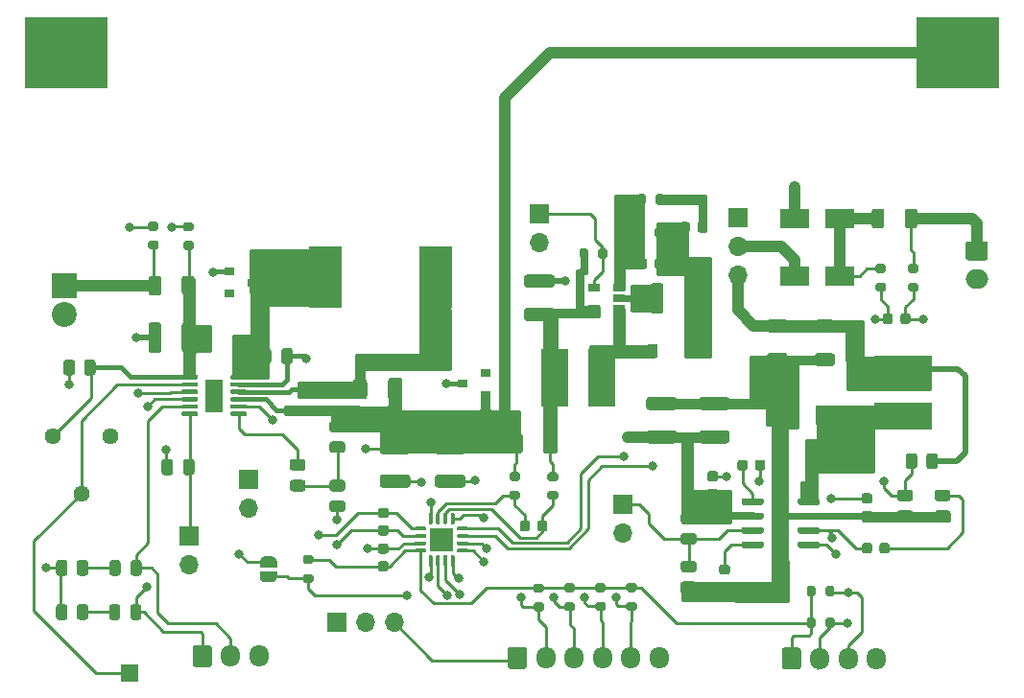
<source format=gbr>
%TF.GenerationSoftware,KiCad,Pcbnew,5.1.12-84ad8e8a86~92~ubuntu20.04.1*%
%TF.CreationDate,2022-07-31T12:46:28-07:00*%
%TF.ProjectId,MPPTSolarPwrModule,4d505054-536f-46c6-9172-5077724d6f64,rev?*%
%TF.SameCoordinates,Original*%
%TF.FileFunction,Copper,L1,Top*%
%TF.FilePolarity,Positive*%
%FSLAX46Y46*%
G04 Gerber Fmt 4.6, Leading zero omitted, Abs format (unit mm)*
G04 Created by KiCad (PCBNEW 5.1.12-84ad8e8a86~92~ubuntu20.04.1) date 2022-07-31 12:46:28*
%MOMM*%
%LPD*%
G01*
G04 APERTURE LIST*
%TA.AperFunction,SMDPad,CuDef*%
%ADD10R,2.100000X2.100000*%
%TD*%
%TA.AperFunction,SMDPad,CuDef*%
%ADD11R,2.350000X5.100000*%
%TD*%
%TA.AperFunction,SMDPad,CuDef*%
%ADD12R,7.340000X6.350000*%
%TD*%
%TA.AperFunction,SMDPad,CuDef*%
%ADD13R,0.900000X0.800000*%
%TD*%
%TA.AperFunction,SMDPad,CuDef*%
%ADD14R,2.500000X1.800000*%
%TD*%
%TA.AperFunction,SMDPad,CuDef*%
%ADD15R,0.900000X1.200000*%
%TD*%
%TA.AperFunction,ComponentPad*%
%ADD16R,1.700000X1.700000*%
%TD*%
%TA.AperFunction,ComponentPad*%
%ADD17O,1.700000X1.700000*%
%TD*%
%TA.AperFunction,ComponentPad*%
%ADD18O,2.000000X1.700000*%
%TD*%
%TA.AperFunction,SMDPad,CuDef*%
%ADD19R,2.900000X5.400000*%
%TD*%
%TA.AperFunction,SMDPad,CuDef*%
%ADD20R,5.100000X2.350000*%
%TD*%
%TA.AperFunction,SMDPad,CuDef*%
%ADD21R,1.650000X2.850000*%
%TD*%
%TA.AperFunction,SMDPad,CuDef*%
%ADD22R,1.060000X0.650000*%
%TD*%
%TA.AperFunction,SMDPad,CuDef*%
%ADD23C,0.100000*%
%TD*%
%TA.AperFunction,ComponentPad*%
%ADD24R,2.200000X2.200000*%
%TD*%
%TA.AperFunction,ComponentPad*%
%ADD25C,2.200000*%
%TD*%
%TA.AperFunction,ComponentPad*%
%ADD26C,1.440000*%
%TD*%
%TA.AperFunction,ComponentPad*%
%ADD27R,1.500000X1.500000*%
%TD*%
%TA.AperFunction,ComponentPad*%
%ADD28O,1.700000X1.950000*%
%TD*%
%TA.AperFunction,ViaPad*%
%ADD29C,0.800000*%
%TD*%
%TA.AperFunction,Conductor*%
%ADD30C,0.508000*%
%TD*%
%TA.AperFunction,Conductor*%
%ADD31C,0.250000*%
%TD*%
%TA.AperFunction,Conductor*%
%ADD32C,0.381000*%
%TD*%
%TA.AperFunction,Conductor*%
%ADD33C,1.016000*%
%TD*%
%TA.AperFunction,Conductor*%
%ADD34C,0.635000*%
%TD*%
%TA.AperFunction,Conductor*%
%ADD35C,0.254000*%
%TD*%
%TA.AperFunction,Conductor*%
%ADD36C,0.100000*%
%TD*%
G04 APERTURE END LIST*
D10*
%TO.P,U2,17*%
%TO.N,GND*%
X130539600Y-92217200D03*
%TO.P,U2,16*%
%TO.N,/VPU_D*%
%TA.AperFunction,SMDPad,CuDef*%
G36*
G01*
X129389600Y-90779700D02*
X129389600Y-89929700D01*
G75*
G02*
X129477100Y-89842200I87500J0D01*
G01*
X129652100Y-89842200D01*
G75*
G02*
X129739600Y-89929700I0J-87500D01*
G01*
X129739600Y-90779700D01*
G75*
G02*
X129652100Y-90867200I-87500J0D01*
G01*
X129477100Y-90867200D01*
G75*
G02*
X129389600Y-90779700I0J87500D01*
G01*
G37*
%TD.AperFunction*%
%TO.P,U2,15*%
%TO.N,Net-(C4-Pad2)*%
%TA.AperFunction,SMDPad,CuDef*%
G36*
G01*
X130039600Y-90779700D02*
X130039600Y-89929700D01*
G75*
G02*
X130127100Y-89842200I87500J0D01*
G01*
X130302100Y-89842200D01*
G75*
G02*
X130389600Y-89929700I0J-87500D01*
G01*
X130389600Y-90779700D01*
G75*
G02*
X130302100Y-90867200I-87500J0D01*
G01*
X130127100Y-90867200D01*
G75*
G02*
X130039600Y-90779700I0J87500D01*
G01*
G37*
%TD.AperFunction*%
%TO.P,U2,14*%
%TO.N,Net-(C4-Pad1)*%
%TA.AperFunction,SMDPad,CuDef*%
G36*
G01*
X130689600Y-90779700D02*
X130689600Y-89929700D01*
G75*
G02*
X130777100Y-89842200I87500J0D01*
G01*
X130952100Y-89842200D01*
G75*
G02*
X131039600Y-89929700I0J-87500D01*
G01*
X131039600Y-90779700D01*
G75*
G02*
X130952100Y-90867200I-87500J0D01*
G01*
X130777100Y-90867200D01*
G75*
G02*
X130689600Y-90779700I0J87500D01*
G01*
G37*
%TD.AperFunction*%
%TO.P,U2,13*%
%TO.N,/TC*%
%TA.AperFunction,SMDPad,CuDef*%
G36*
G01*
X131339600Y-90779700D02*
X131339600Y-89929700D01*
G75*
G02*
X131427100Y-89842200I87500J0D01*
G01*
X131602100Y-89842200D01*
G75*
G02*
X131689600Y-89929700I0J-87500D01*
G01*
X131689600Y-90779700D01*
G75*
G02*
X131602100Y-90867200I-87500J0D01*
G01*
X131427100Y-90867200D01*
G75*
G02*
X131339600Y-90779700I0J87500D01*
G01*
G37*
%TD.AperFunction*%
%TO.P,U2,12*%
%TO.N,Net-(C3-Pad2)*%
%TA.AperFunction,SMDPad,CuDef*%
G36*
G01*
X131889600Y-91329700D02*
X131889600Y-91154700D01*
G75*
G02*
X131977100Y-91067200I87500J0D01*
G01*
X132827100Y-91067200D01*
G75*
G02*
X132914600Y-91154700I0J-87500D01*
G01*
X132914600Y-91329700D01*
G75*
G02*
X132827100Y-91417200I-87500J0D01*
G01*
X131977100Y-91417200D01*
G75*
G02*
X131889600Y-91329700I0J87500D01*
G01*
G37*
%TD.AperFunction*%
%TO.P,U2,11*%
%TO.N,Net-(C3-Pad1)*%
%TA.AperFunction,SMDPad,CuDef*%
G36*
G01*
X131889600Y-91979700D02*
X131889600Y-91804700D01*
G75*
G02*
X131977100Y-91717200I87500J0D01*
G01*
X132827100Y-91717200D01*
G75*
G02*
X132914600Y-91804700I0J-87500D01*
G01*
X132914600Y-91979700D01*
G75*
G02*
X132827100Y-92067200I-87500J0D01*
G01*
X131977100Y-92067200D01*
G75*
G02*
X131889600Y-91979700I0J87500D01*
G01*
G37*
%TD.AperFunction*%
%TO.P,U2,10*%
%TO.N,/PV*%
%TA.AperFunction,SMDPad,CuDef*%
G36*
G01*
X131889600Y-92629700D02*
X131889600Y-92454700D01*
G75*
G02*
X131977100Y-92367200I87500J0D01*
G01*
X132827100Y-92367200D01*
G75*
G02*
X132914600Y-92454700I0J-87500D01*
G01*
X132914600Y-92629700D01*
G75*
G02*
X132827100Y-92717200I-87500J0D01*
G01*
X131977100Y-92717200D01*
G75*
G02*
X131889600Y-92629700I0J87500D01*
G01*
G37*
%TD.AperFunction*%
%TO.P,U2,9*%
%TO.N,/CRIT*%
%TA.AperFunction,SMDPad,CuDef*%
G36*
G01*
X131889600Y-93279700D02*
X131889600Y-93104700D01*
G75*
G02*
X131977100Y-93017200I87500J0D01*
G01*
X132827100Y-93017200D01*
G75*
G02*
X132914600Y-93104700I0J-87500D01*
G01*
X132914600Y-93279700D01*
G75*
G02*
X132827100Y-93367200I-87500J0D01*
G01*
X131977100Y-93367200D01*
G75*
G02*
X131889600Y-93279700I0J87500D01*
G01*
G37*
%TD.AperFunction*%
%TO.P,U2,8*%
%TO.N,/WARN*%
%TA.AperFunction,SMDPad,CuDef*%
G36*
G01*
X131339600Y-94504700D02*
X131339600Y-93654700D01*
G75*
G02*
X131427100Y-93567200I87500J0D01*
G01*
X131602100Y-93567200D01*
G75*
G02*
X131689600Y-93654700I0J-87500D01*
G01*
X131689600Y-94504700D01*
G75*
G02*
X131602100Y-94592200I-87500J0D01*
G01*
X131427100Y-94592200D01*
G75*
G02*
X131339600Y-94504700I0J87500D01*
G01*
G37*
%TD.AperFunction*%
%TO.P,U2,7*%
%TO.N,/SDA*%
%TA.AperFunction,SMDPad,CuDef*%
G36*
G01*
X130689600Y-94504700D02*
X130689600Y-93654700D01*
G75*
G02*
X130777100Y-93567200I87500J0D01*
G01*
X130952100Y-93567200D01*
G75*
G02*
X131039600Y-93654700I0J-87500D01*
G01*
X131039600Y-94504700D01*
G75*
G02*
X130952100Y-94592200I-87500J0D01*
G01*
X130777100Y-94592200D01*
G75*
G02*
X130689600Y-94504700I0J87500D01*
G01*
G37*
%TD.AperFunction*%
%TO.P,U2,6*%
%TO.N,/SCL*%
%TA.AperFunction,SMDPad,CuDef*%
G36*
G01*
X130039600Y-94504700D02*
X130039600Y-93654700D01*
G75*
G02*
X130127100Y-93567200I87500J0D01*
G01*
X130302100Y-93567200D01*
G75*
G02*
X130389600Y-93654700I0J-87500D01*
G01*
X130389600Y-94504700D01*
G75*
G02*
X130302100Y-94592200I-87500J0D01*
G01*
X130127100Y-94592200D01*
G75*
G02*
X130039600Y-94504700I0J87500D01*
G01*
G37*
%TD.AperFunction*%
%TO.P,U2,5*%
%TO.N,Net-(JP1-Pad1)*%
%TA.AperFunction,SMDPad,CuDef*%
G36*
G01*
X129389600Y-94504700D02*
X129389600Y-93654700D01*
G75*
G02*
X129477100Y-93567200I87500J0D01*
G01*
X129652100Y-93567200D01*
G75*
G02*
X129739600Y-93654700I0J-87500D01*
G01*
X129739600Y-94504700D01*
G75*
G02*
X129652100Y-94592200I-87500J0D01*
G01*
X129477100Y-94592200D01*
G75*
G02*
X129389600Y-94504700I0J87500D01*
G01*
G37*
%TD.AperFunction*%
%TO.P,U2,4*%
%TO.N,/VS*%
%TA.AperFunction,SMDPad,CuDef*%
G36*
G01*
X128164600Y-93279700D02*
X128164600Y-93104700D01*
G75*
G02*
X128252100Y-93017200I87500J0D01*
G01*
X129102100Y-93017200D01*
G75*
G02*
X129189600Y-93104700I0J-87500D01*
G01*
X129189600Y-93279700D01*
G75*
G02*
X129102100Y-93367200I-87500J0D01*
G01*
X128252100Y-93367200D01*
G75*
G02*
X128164600Y-93279700I0J87500D01*
G01*
G37*
%TD.AperFunction*%
%TO.P,U2,3*%
%TO.N,GND*%
%TA.AperFunction,SMDPad,CuDef*%
G36*
G01*
X128164600Y-92629700D02*
X128164600Y-92454700D01*
G75*
G02*
X128252100Y-92367200I87500J0D01*
G01*
X129102100Y-92367200D01*
G75*
G02*
X129189600Y-92454700I0J-87500D01*
G01*
X129189600Y-92629700D01*
G75*
G02*
X129102100Y-92717200I-87500J0D01*
G01*
X128252100Y-92717200D01*
G75*
G02*
X128164600Y-92629700I0J87500D01*
G01*
G37*
%TD.AperFunction*%
%TO.P,U2,2*%
%TO.N,Net-(C5-Pad2)*%
%TA.AperFunction,SMDPad,CuDef*%
G36*
G01*
X128164600Y-91979700D02*
X128164600Y-91804700D01*
G75*
G02*
X128252100Y-91717200I87500J0D01*
G01*
X129102100Y-91717200D01*
G75*
G02*
X129189600Y-91804700I0J-87500D01*
G01*
X129189600Y-91979700D01*
G75*
G02*
X129102100Y-92067200I-87500J0D01*
G01*
X128252100Y-92067200D01*
G75*
G02*
X128164600Y-91979700I0J87500D01*
G01*
G37*
%TD.AperFunction*%
%TO.P,U2,1*%
%TO.N,Net-(C5-Pad1)*%
%TA.AperFunction,SMDPad,CuDef*%
G36*
G01*
X128164600Y-91329700D02*
X128164600Y-91154700D01*
G75*
G02*
X128252100Y-91067200I87500J0D01*
G01*
X129102100Y-91067200D01*
G75*
G02*
X129189600Y-91154700I0J-87500D01*
G01*
X129189600Y-91329700D01*
G75*
G02*
X129102100Y-91417200I-87500J0D01*
G01*
X128252100Y-91417200D01*
G75*
G02*
X128164600Y-91329700I0J87500D01*
G01*
G37*
%TD.AperFunction*%
%TD*%
D11*
%TO.P,L2,2*%
%TO.N,/VBAT-*%
X140527600Y-77896000D03*
%TO.P,L2,1*%
%TO.N,Net-(D6-Pad2)*%
X144677600Y-77896000D03*
%TD*%
D12*
%TO.P,BT1,1*%
%TO.N,/VBAT+*%
X176057400Y-49219400D03*
%TO.P,BT1,2*%
%TO.N,GND*%
X97397400Y-49219400D03*
%TD*%
%TO.P,D1,2*%
%TO.N,Net-(D1-Pad2)*%
%TA.AperFunction,SMDPad,CuDef*%
G36*
G01*
X102202500Y-94253750D02*
X102202500Y-95166250D01*
G75*
G02*
X101958750Y-95410000I-243750J0D01*
G01*
X101471250Y-95410000D01*
G75*
G02*
X101227500Y-95166250I0J243750D01*
G01*
X101227500Y-94253750D01*
G75*
G02*
X101471250Y-94010000I243750J0D01*
G01*
X101958750Y-94010000D01*
G75*
G02*
X102202500Y-94253750I0J-243750D01*
G01*
G37*
%TD.AperFunction*%
%TO.P,D1,1*%
%TO.N,/FAULT*%
%TA.AperFunction,SMDPad,CuDef*%
G36*
G01*
X104077500Y-94253750D02*
X104077500Y-95166250D01*
G75*
G02*
X103833750Y-95410000I-243750J0D01*
G01*
X103346250Y-95410000D01*
G75*
G02*
X103102500Y-95166250I0J243750D01*
G01*
X103102500Y-94253750D01*
G75*
G02*
X103346250Y-94010000I243750J0D01*
G01*
X103833750Y-94010000D01*
G75*
G02*
X104077500Y-94253750I0J-243750D01*
G01*
G37*
%TD.AperFunction*%
%TD*%
%TO.P,D2,1*%
%TO.N,/CHRG*%
%TA.AperFunction,SMDPad,CuDef*%
G36*
G01*
X104052500Y-98153750D02*
X104052500Y-99066250D01*
G75*
G02*
X103808750Y-99310000I-243750J0D01*
G01*
X103321250Y-99310000D01*
G75*
G02*
X103077500Y-99066250I0J243750D01*
G01*
X103077500Y-98153750D01*
G75*
G02*
X103321250Y-97910000I243750J0D01*
G01*
X103808750Y-97910000D01*
G75*
G02*
X104052500Y-98153750I0J-243750D01*
G01*
G37*
%TD.AperFunction*%
%TO.P,D2,2*%
%TO.N,Net-(D2-Pad2)*%
%TA.AperFunction,SMDPad,CuDef*%
G36*
G01*
X102177500Y-98153750D02*
X102177500Y-99066250D01*
G75*
G02*
X101933750Y-99310000I-243750J0D01*
G01*
X101446250Y-99310000D01*
G75*
G02*
X101202500Y-99066250I0J243750D01*
G01*
X101202500Y-98153750D01*
G75*
G02*
X101446250Y-97910000I243750J0D01*
G01*
X101933750Y-97910000D01*
G75*
G02*
X102177500Y-98153750I0J-243750D01*
G01*
G37*
%TD.AperFunction*%
%TD*%
D13*
%TO.P,D3,1*%
%TO.N,Net-(C8-Pad1)*%
X113826000Y-69514000D03*
%TO.P,D3,*%
%TO.N,*%
X111826000Y-70464000D03*
%TO.P,D3,2*%
%TO.N,GND*%
X111826000Y-68564000D03*
%TD*%
%TO.P,D4,2*%
%TO.N,/VBAT+*%
X134390000Y-79410000D03*
%TO.P,D4,*%
%TO.N,*%
X134390000Y-77510000D03*
%TO.P,D4,1*%
%TO.N,Net-(C8-Pad2)*%
X132390000Y-78460000D03*
%TD*%
D14*
%TO.P,D5,1*%
%TO.N,Net-(C17-Pad1)*%
X164840000Y-81260000D03*
%TO.P,D5,2*%
%TO.N,GND*%
X160840000Y-81260000D03*
%TD*%
D15*
%TO.P,D6,1*%
%TO.N,Net-(C20-Pad1)*%
X152490000Y-75560000D03*
%TO.P,D6,2*%
%TO.N,Net-(D6-Pad2)*%
X149190000Y-75560000D03*
%TD*%
D14*
%TO.P,D7,2*%
%TO.N,Net-(D7-Pad2)*%
X161640000Y-68910000D03*
%TO.P,D7,1*%
%TO.N,/VOUT+*%
X165640000Y-68910000D03*
%TD*%
%TO.P,D8,1*%
%TO.N,/VOUT+*%
X165640000Y-63860000D03*
%TO.P,D8,2*%
%TO.N,Net-(C20-Pad1)*%
X161640000Y-63860000D03*
%TD*%
D16*
%TO.P,J2,1*%
%TO.N,/NTC*%
X113490000Y-86870000D03*
D17*
%TO.P,J2,2*%
%TO.N,GND*%
X113490000Y-89410000D03*
%TD*%
D16*
%TO.P,J4,1*%
%TO.N,Net-(C2-Pad1)*%
X108240000Y-91910000D03*
D17*
%TO.P,J4,2*%
%TO.N,GND*%
X108240000Y-94450000D03*
%TD*%
%TO.P,J5,2*%
%TO.N,GND*%
X146519100Y-91637400D03*
D16*
%TO.P,J5,1*%
%TO.N,Net-(J5-Pad1)*%
X146519100Y-89097400D03*
%TD*%
%TO.P,J9,1*%
%TO.N,/VSP+*%
X156690000Y-63760000D03*
D17*
%TO.P,J9,2*%
%TO.N,Net-(D7-Pad2)*%
X156690000Y-66300000D03*
%TO.P,J9,3*%
%TO.N,/V_SPBC+*%
X156690000Y-68840000D03*
%TD*%
D18*
%TO.P,J10,2*%
%TO.N,GND*%
X177740000Y-69210000D03*
%TO.P,J10,1*%
%TO.N,/VOUT-*%
%TA.AperFunction,ComponentPad*%
G36*
G01*
X176990000Y-65860000D02*
X178490000Y-65860000D01*
G75*
G02*
X178740000Y-66110000I0J-250000D01*
G01*
X178740000Y-67310000D01*
G75*
G02*
X178490000Y-67560000I-250000J0D01*
G01*
X176990000Y-67560000D01*
G75*
G02*
X176740000Y-67310000I0J250000D01*
G01*
X176740000Y-66110000D01*
G75*
G02*
X176990000Y-65860000I250000J0D01*
G01*
G37*
%TD.AperFunction*%
%TD*%
D19*
%TO.P,L1,2*%
%TO.N,Net-(L1-Pad2)*%
X130000000Y-69020000D03*
%TO.P,L1,1*%
%TO.N,Net-(C8-Pad1)*%
X120300000Y-69020000D03*
%TD*%
D20*
%TO.P,L3,1*%
%TO.N,/V_SPBC+*%
X171290000Y-77160000D03*
%TO.P,L3,2*%
%TO.N,Net-(C17-Pad1)*%
X171290000Y-81310000D03*
%TD*%
%TO.P,R19,1*%
%TO.N,Net-(L1-Pad2)*%
%TA.AperFunction,SMDPad,CuDef*%
G36*
G01*
X122665000Y-79562400D02*
X122665000Y-78312400D01*
G75*
G02*
X122915000Y-78062400I250000J0D01*
G01*
X123715000Y-78062400D01*
G75*
G02*
X123965000Y-78312400I0J-250000D01*
G01*
X123965000Y-79562400D01*
G75*
G02*
X123715000Y-79812400I-250000J0D01*
G01*
X122915000Y-79812400D01*
G75*
G02*
X122665000Y-79562400I0J250000D01*
G01*
G37*
%TD.AperFunction*%
%TO.P,R19,2*%
%TO.N,/VBAT+*%
%TA.AperFunction,SMDPad,CuDef*%
G36*
G01*
X125765000Y-79562400D02*
X125765000Y-78312400D01*
G75*
G02*
X126015000Y-78062400I250000J0D01*
G01*
X126815000Y-78062400D01*
G75*
G02*
X127065000Y-78312400I0J-250000D01*
G01*
X127065000Y-79562400D01*
G75*
G02*
X126815000Y-79812400I-250000J0D01*
G01*
X126015000Y-79812400D01*
G75*
G02*
X125765000Y-79562400I0J250000D01*
G01*
G37*
%TD.AperFunction*%
%TD*%
%TO.P,U1,1*%
%TO.N,/VSP-*%
%TA.AperFunction,SMDPad,CuDef*%
G36*
G01*
X107605000Y-77965000D02*
X107605000Y-77765000D01*
G75*
G02*
X107705000Y-77665000I100000J0D01*
G01*
X108955000Y-77665000D01*
G75*
G02*
X109055000Y-77765000I0J-100000D01*
G01*
X109055000Y-77965000D01*
G75*
G02*
X108955000Y-78065000I-100000J0D01*
G01*
X107705000Y-78065000D01*
G75*
G02*
X107605000Y-77965000I0J100000D01*
G01*
G37*
%TD.AperFunction*%
%TO.P,U1,2*%
%TO.N,/VIN_SET*%
%TA.AperFunction,SMDPad,CuDef*%
G36*
G01*
X107605000Y-78615000D02*
X107605000Y-78415000D01*
G75*
G02*
X107705000Y-78315000I100000J0D01*
G01*
X108955000Y-78315000D01*
G75*
G02*
X109055000Y-78415000I0J-100000D01*
G01*
X109055000Y-78615000D01*
G75*
G02*
X108955000Y-78715000I-100000J0D01*
G01*
X107705000Y-78715000D01*
G75*
G02*
X107605000Y-78615000I0J100000D01*
G01*
G37*
%TD.AperFunction*%
%TO.P,U1,3*%
%TO.N,Net-(R6-Pad2)*%
%TA.AperFunction,SMDPad,CuDef*%
G36*
G01*
X107605000Y-79265000D02*
X107605000Y-79065000D01*
G75*
G02*
X107705000Y-78965000I100000J0D01*
G01*
X108955000Y-78965000D01*
G75*
G02*
X109055000Y-79065000I0J-100000D01*
G01*
X109055000Y-79265000D01*
G75*
G02*
X108955000Y-79365000I-100000J0D01*
G01*
X107705000Y-79365000D01*
G75*
G02*
X107605000Y-79265000I0J100000D01*
G01*
G37*
%TD.AperFunction*%
%TO.P,U1,4*%
%TO.N,/CHRG*%
%TA.AperFunction,SMDPad,CuDef*%
G36*
G01*
X107605000Y-79915000D02*
X107605000Y-79715000D01*
G75*
G02*
X107705000Y-79615000I100000J0D01*
G01*
X108955000Y-79615000D01*
G75*
G02*
X109055000Y-79715000I0J-100000D01*
G01*
X109055000Y-79915000D01*
G75*
G02*
X108955000Y-80015000I-100000J0D01*
G01*
X107705000Y-80015000D01*
G75*
G02*
X107605000Y-79915000I0J100000D01*
G01*
G37*
%TD.AperFunction*%
%TO.P,U1,5*%
%TO.N,/FAULT*%
%TA.AperFunction,SMDPad,CuDef*%
G36*
G01*
X107605000Y-80565000D02*
X107605000Y-80365000D01*
G75*
G02*
X107705000Y-80265000I100000J0D01*
G01*
X108955000Y-80265000D01*
G75*
G02*
X109055000Y-80365000I0J-100000D01*
G01*
X109055000Y-80565000D01*
G75*
G02*
X108955000Y-80665000I-100000J0D01*
G01*
X107705000Y-80665000D01*
G75*
G02*
X107605000Y-80565000I0J100000D01*
G01*
G37*
%TD.AperFunction*%
%TO.P,U1,6*%
%TO.N,Net-(C2-Pad1)*%
%TA.AperFunction,SMDPad,CuDef*%
G36*
G01*
X107605000Y-81215000D02*
X107605000Y-81015000D01*
G75*
G02*
X107705000Y-80915000I100000J0D01*
G01*
X108955000Y-80915000D01*
G75*
G02*
X109055000Y-81015000I0J-100000D01*
G01*
X109055000Y-81215000D01*
G75*
G02*
X108955000Y-81315000I-100000J0D01*
G01*
X107705000Y-81315000D01*
G75*
G02*
X107605000Y-81215000I0J100000D01*
G01*
G37*
%TD.AperFunction*%
%TO.P,U1,7*%
%TO.N,Net-(R13-Pad2)*%
%TA.AperFunction,SMDPad,CuDef*%
G36*
G01*
X111905000Y-81215000D02*
X111905000Y-81015000D01*
G75*
G02*
X112005000Y-80915000I100000J0D01*
G01*
X113255000Y-80915000D01*
G75*
G02*
X113355000Y-81015000I0J-100000D01*
G01*
X113355000Y-81215000D01*
G75*
G02*
X113255000Y-81315000I-100000J0D01*
G01*
X112005000Y-81315000D01*
G75*
G02*
X111905000Y-81215000I0J100000D01*
G01*
G37*
%TD.AperFunction*%
%TO.P,U1,8*%
%TO.N,/NTC*%
%TA.AperFunction,SMDPad,CuDef*%
G36*
G01*
X111905000Y-80565000D02*
X111905000Y-80365000D01*
G75*
G02*
X112005000Y-80265000I100000J0D01*
G01*
X113255000Y-80265000D01*
G75*
G02*
X113355000Y-80365000I0J-100000D01*
G01*
X113355000Y-80565000D01*
G75*
G02*
X113255000Y-80665000I-100000J0D01*
G01*
X112005000Y-80665000D01*
G75*
G02*
X111905000Y-80565000I0J100000D01*
G01*
G37*
%TD.AperFunction*%
%TO.P,U1,9*%
%TO.N,/VBAT+*%
%TA.AperFunction,SMDPad,CuDef*%
G36*
G01*
X111905000Y-79915000D02*
X111905000Y-79715000D01*
G75*
G02*
X112005000Y-79615000I100000J0D01*
G01*
X113255000Y-79615000D01*
G75*
G02*
X113355000Y-79715000I0J-100000D01*
G01*
X113355000Y-79915000D01*
G75*
G02*
X113255000Y-80015000I-100000J0D01*
G01*
X112005000Y-80015000D01*
G75*
G02*
X111905000Y-79915000I0J100000D01*
G01*
G37*
%TD.AperFunction*%
%TO.P,U1,10*%
%TO.N,Net-(L1-Pad2)*%
%TA.AperFunction,SMDPad,CuDef*%
G36*
G01*
X111905000Y-79265000D02*
X111905000Y-79065000D01*
G75*
G02*
X112005000Y-78965000I100000J0D01*
G01*
X113255000Y-78965000D01*
G75*
G02*
X113355000Y-79065000I0J-100000D01*
G01*
X113355000Y-79265000D01*
G75*
G02*
X113255000Y-79365000I-100000J0D01*
G01*
X112005000Y-79365000D01*
G75*
G02*
X111905000Y-79265000I0J100000D01*
G01*
G37*
%TD.AperFunction*%
%TO.P,U1,11*%
%TO.N,Net-(C8-Pad2)*%
%TA.AperFunction,SMDPad,CuDef*%
G36*
G01*
X111905000Y-78615000D02*
X111905000Y-78415000D01*
G75*
G02*
X112005000Y-78315000I100000J0D01*
G01*
X113255000Y-78315000D01*
G75*
G02*
X113355000Y-78415000I0J-100000D01*
G01*
X113355000Y-78615000D01*
G75*
G02*
X113255000Y-78715000I-100000J0D01*
G01*
X112005000Y-78715000D01*
G75*
G02*
X111905000Y-78615000I0J100000D01*
G01*
G37*
%TD.AperFunction*%
%TO.P,U1,12*%
%TO.N,Net-(C8-Pad1)*%
%TA.AperFunction,SMDPad,CuDef*%
G36*
G01*
X111905000Y-77965000D02*
X111905000Y-77765000D01*
G75*
G02*
X112005000Y-77665000I100000J0D01*
G01*
X113255000Y-77665000D01*
G75*
G02*
X113355000Y-77765000I0J-100000D01*
G01*
X113355000Y-77965000D01*
G75*
G02*
X113255000Y-78065000I-100000J0D01*
G01*
X112005000Y-78065000D01*
G75*
G02*
X111905000Y-77965000I0J100000D01*
G01*
G37*
%TD.AperFunction*%
D21*
%TO.P,U1,13*%
%TO.N,GND*%
X110480000Y-79490000D03*
%TD*%
%TO.P,U3,1*%
%TO.N,Net-(C17-Pad2)*%
%TA.AperFunction,SMDPad,CuDef*%
G36*
G01*
X156990000Y-89005000D02*
X156990000Y-88705000D01*
G75*
G02*
X157140000Y-88555000I150000J0D01*
G01*
X158790000Y-88555000D01*
G75*
G02*
X158940000Y-88705000I0J-150000D01*
G01*
X158940000Y-89005000D01*
G75*
G02*
X158790000Y-89155000I-150000J0D01*
G01*
X157140000Y-89155000D01*
G75*
G02*
X156990000Y-89005000I0J150000D01*
G01*
G37*
%TD.AperFunction*%
%TO.P,U3,2*%
%TO.N,/VSP-*%
%TA.AperFunction,SMDPad,CuDef*%
G36*
G01*
X156990000Y-90275000D02*
X156990000Y-89975000D01*
G75*
G02*
X157140000Y-89825000I150000J0D01*
G01*
X158790000Y-89825000D01*
G75*
G02*
X158940000Y-89975000I0J-150000D01*
G01*
X158940000Y-90275000D01*
G75*
G02*
X158790000Y-90425000I-150000J0D01*
G01*
X157140000Y-90425000D01*
G75*
G02*
X156990000Y-90275000I0J150000D01*
G01*
G37*
%TD.AperFunction*%
%TO.P,U3,3*%
%TO.N,Net-(J5-Pad1)*%
%TA.AperFunction,SMDPad,CuDef*%
G36*
G01*
X156990000Y-91545000D02*
X156990000Y-91245000D01*
G75*
G02*
X157140000Y-91095000I150000J0D01*
G01*
X158790000Y-91095000D01*
G75*
G02*
X158940000Y-91245000I0J-150000D01*
G01*
X158940000Y-91545000D01*
G75*
G02*
X158790000Y-91695000I-150000J0D01*
G01*
X157140000Y-91695000D01*
G75*
G02*
X156990000Y-91545000I0J150000D01*
G01*
G37*
%TD.AperFunction*%
%TO.P,U3,4*%
%TO.N,Net-(C15-Pad2)*%
%TA.AperFunction,SMDPad,CuDef*%
G36*
G01*
X156990000Y-92815000D02*
X156990000Y-92515000D01*
G75*
G02*
X157140000Y-92365000I150000J0D01*
G01*
X158790000Y-92365000D01*
G75*
G02*
X158940000Y-92515000I0J-150000D01*
G01*
X158940000Y-92815000D01*
G75*
G02*
X158790000Y-92965000I-150000J0D01*
G01*
X157140000Y-92965000D01*
G75*
G02*
X156990000Y-92815000I0J150000D01*
G01*
G37*
%TD.AperFunction*%
%TO.P,U3,5*%
%TO.N,Net-(R30-Pad2)*%
%TA.AperFunction,SMDPad,CuDef*%
G36*
G01*
X161940000Y-92815000D02*
X161940000Y-92515000D01*
G75*
G02*
X162090000Y-92365000I150000J0D01*
G01*
X163740000Y-92365000D01*
G75*
G02*
X163890000Y-92515000I0J-150000D01*
G01*
X163890000Y-92815000D01*
G75*
G02*
X163740000Y-92965000I-150000J0D01*
G01*
X162090000Y-92965000D01*
G75*
G02*
X161940000Y-92815000I0J150000D01*
G01*
G37*
%TD.AperFunction*%
%TO.P,U3,6*%
%TO.N,Net-(C11-Pad2)*%
%TA.AperFunction,SMDPad,CuDef*%
G36*
G01*
X161940000Y-91545000D02*
X161940000Y-91245000D01*
G75*
G02*
X162090000Y-91095000I150000J0D01*
G01*
X163740000Y-91095000D01*
G75*
G02*
X163890000Y-91245000I0J-150000D01*
G01*
X163890000Y-91545000D01*
G75*
G02*
X163740000Y-91695000I-150000J0D01*
G01*
X162090000Y-91695000D01*
G75*
G02*
X161940000Y-91545000I0J150000D01*
G01*
G37*
%TD.AperFunction*%
%TO.P,U3,7*%
%TO.N,GND*%
%TA.AperFunction,SMDPad,CuDef*%
G36*
G01*
X161940000Y-90275000D02*
X161940000Y-89975000D01*
G75*
G02*
X162090000Y-89825000I150000J0D01*
G01*
X163740000Y-89825000D01*
G75*
G02*
X163890000Y-89975000I0J-150000D01*
G01*
X163890000Y-90275000D01*
G75*
G02*
X163740000Y-90425000I-150000J0D01*
G01*
X162090000Y-90425000D01*
G75*
G02*
X161940000Y-90275000I0J150000D01*
G01*
G37*
%TD.AperFunction*%
%TO.P,U3,8*%
%TO.N,Net-(C17-Pad1)*%
%TA.AperFunction,SMDPad,CuDef*%
G36*
G01*
X161940000Y-89005000D02*
X161940000Y-88705000D01*
G75*
G02*
X162090000Y-88555000I150000J0D01*
G01*
X163740000Y-88555000D01*
G75*
G02*
X163890000Y-88705000I0J-150000D01*
G01*
X163890000Y-89005000D01*
G75*
G02*
X163740000Y-89155000I-150000J0D01*
G01*
X162090000Y-89155000D01*
G75*
G02*
X161940000Y-89005000I0J150000D01*
G01*
G37*
%TD.AperFunction*%
%TD*%
D22*
%TO.P,U4,1*%
%TO.N,Net-(D6-Pad2)*%
X146217200Y-71850800D03*
%TO.P,U4,2*%
%TO.N,GND*%
X146217200Y-70900800D03*
%TO.P,U4,3*%
%TO.N,Net-(C20-Pad2)*%
X146217200Y-69950800D03*
%TO.P,U4,4*%
%TO.N,Net-(J11-Pad1)*%
X144017200Y-69950800D03*
%TO.P,U4,5*%
%TO.N,/VBAT-*%
X144017200Y-71850800D03*
%TD*%
%TA.AperFunction,SMDPad,CuDef*%
D23*
%TO.P,JP1,1*%
%TO.N,Net-(JP1-Pad1)*%
G36*
X116014400Y-94987800D02*
G01*
X116014400Y-95487800D01*
X116013798Y-95487800D01*
X116013798Y-95512334D01*
X116008988Y-95561165D01*
X115999416Y-95609290D01*
X115985172Y-95656245D01*
X115966395Y-95701578D01*
X115943264Y-95744851D01*
X115916004Y-95785650D01*
X115884876Y-95823579D01*
X115850179Y-95858276D01*
X115812250Y-95889404D01*
X115771451Y-95916664D01*
X115728178Y-95939795D01*
X115682845Y-95958572D01*
X115635890Y-95972816D01*
X115587765Y-95982388D01*
X115538934Y-95987198D01*
X115514400Y-95987198D01*
X115514400Y-95987800D01*
X115014400Y-95987800D01*
X115014400Y-95987198D01*
X114989866Y-95987198D01*
X114941035Y-95982388D01*
X114892910Y-95972816D01*
X114845955Y-95958572D01*
X114800622Y-95939795D01*
X114757349Y-95916664D01*
X114716550Y-95889404D01*
X114678621Y-95858276D01*
X114643924Y-95823579D01*
X114612796Y-95785650D01*
X114585536Y-95744851D01*
X114562405Y-95701578D01*
X114543628Y-95656245D01*
X114529384Y-95609290D01*
X114519812Y-95561165D01*
X114515002Y-95512334D01*
X114515002Y-95487800D01*
X114514400Y-95487800D01*
X114514400Y-94987800D01*
X116014400Y-94987800D01*
G37*
%TD.AperFunction*%
%TA.AperFunction,SMDPad,CuDef*%
%TO.P,JP1,2*%
%TO.N,GND*%
G36*
X114515002Y-94187800D02*
G01*
X114515002Y-94163266D01*
X114519812Y-94114435D01*
X114529384Y-94066310D01*
X114543628Y-94019355D01*
X114562405Y-93974022D01*
X114585536Y-93930749D01*
X114612796Y-93889950D01*
X114643924Y-93852021D01*
X114678621Y-93817324D01*
X114716550Y-93786196D01*
X114757349Y-93758936D01*
X114800622Y-93735805D01*
X114845955Y-93717028D01*
X114892910Y-93702784D01*
X114941035Y-93693212D01*
X114989866Y-93688402D01*
X115014400Y-93688402D01*
X115014400Y-93687800D01*
X115514400Y-93687800D01*
X115514400Y-93688402D01*
X115538934Y-93688402D01*
X115587765Y-93693212D01*
X115635890Y-93702784D01*
X115682845Y-93717028D01*
X115728178Y-93735805D01*
X115771451Y-93758936D01*
X115812250Y-93786196D01*
X115850179Y-93817324D01*
X115884876Y-93852021D01*
X115916004Y-93889950D01*
X115943264Y-93930749D01*
X115966395Y-93974022D01*
X115985172Y-94019355D01*
X115999416Y-94066310D01*
X116008988Y-94114435D01*
X116013798Y-94163266D01*
X116013798Y-94187800D01*
X116014400Y-94187800D01*
X116014400Y-94687800D01*
X114514400Y-94687800D01*
X114514400Y-94187800D01*
X114515002Y-94187800D01*
G37*
%TD.AperFunction*%
%TD*%
D24*
%TO.P,J1,1*%
%TO.N,/VSP+*%
X97240000Y-69760000D03*
D25*
%TO.P,J1,2*%
%TO.N,GND*%
X97240000Y-72300000D03*
%TD*%
D26*
%TO.P,RV1,3*%
%TO.N,GND*%
X101295000Y-83085000D03*
%TO.P,RV1,2*%
%TO.N,/VIN_SET*%
X98755000Y-88165000D03*
%TO.P,RV1,1*%
%TO.N,/VSP-*%
X96215000Y-83085000D03*
%TD*%
D16*
%TO.P,J6,1*%
%TO.N,/VBAT+*%
X121258800Y-99486000D03*
D17*
%TO.P,J6,2*%
%TO.N,/VPU_D*%
X123798800Y-99486000D03*
%TO.P,J6,3*%
%TO.N,/VPU*%
X126338800Y-99486000D03*
%TD*%
D27*
%TO.P,TP1,1*%
%TO.N,/VIN_SET*%
X102970800Y-103981800D03*
%TD*%
%TO.P,C1,1*%
%TO.N,/VSP-*%
%TA.AperFunction,SMDPad,CuDef*%
G36*
G01*
X108765000Y-73284999D02*
X108765000Y-75485001D01*
G75*
G02*
X108515001Y-75735000I-249999J0D01*
G01*
X107864999Y-75735000D01*
G75*
G02*
X107615000Y-75485001I0J249999D01*
G01*
X107615000Y-73284999D01*
G75*
G02*
X107864999Y-73035000I249999J0D01*
G01*
X108515001Y-73035000D01*
G75*
G02*
X108765000Y-73284999I0J-249999D01*
G01*
G37*
%TD.AperFunction*%
%TO.P,C1,2*%
%TO.N,GND*%
%TA.AperFunction,SMDPad,CuDef*%
G36*
G01*
X105815000Y-73284999D02*
X105815000Y-75485001D01*
G75*
G02*
X105565001Y-75735000I-249999J0D01*
G01*
X104914999Y-75735000D01*
G75*
G02*
X104665000Y-75485001I0J249999D01*
G01*
X104665000Y-73284999D01*
G75*
G02*
X104914999Y-73035000I249999J0D01*
G01*
X105565001Y-73035000D01*
G75*
G02*
X105815000Y-73284999I0J-249999D01*
G01*
G37*
%TD.AperFunction*%
%TD*%
%TO.P,C2,2*%
%TO.N,GND*%
%TA.AperFunction,SMDPad,CuDef*%
G36*
G01*
X106840000Y-85335000D02*
X106840000Y-86285000D01*
G75*
G02*
X106590000Y-86535000I-250000J0D01*
G01*
X106090000Y-86535000D01*
G75*
G02*
X105840000Y-86285000I0J250000D01*
G01*
X105840000Y-85335000D01*
G75*
G02*
X106090000Y-85085000I250000J0D01*
G01*
X106590000Y-85085000D01*
G75*
G02*
X106840000Y-85335000I0J-250000D01*
G01*
G37*
%TD.AperFunction*%
%TO.P,C2,1*%
%TO.N,Net-(C2-Pad1)*%
%TA.AperFunction,SMDPad,CuDef*%
G36*
G01*
X108740000Y-85335000D02*
X108740000Y-86285000D01*
G75*
G02*
X108490000Y-86535000I-250000J0D01*
G01*
X107990000Y-86535000D01*
G75*
G02*
X107740000Y-86285000I0J250000D01*
G01*
X107740000Y-85335000D01*
G75*
G02*
X107990000Y-85085000I250000J0D01*
G01*
X108490000Y-85085000D01*
G75*
G02*
X108740000Y-85335000I0J-250000D01*
G01*
G37*
%TD.AperFunction*%
%TD*%
%TO.P,C8,1*%
%TO.N,Net-(C8-Pad1)*%
%TA.AperFunction,SMDPad,CuDef*%
G36*
G01*
X114502500Y-76485000D02*
X114502500Y-75535000D01*
G75*
G02*
X114752500Y-75285000I250000J0D01*
G01*
X115252500Y-75285000D01*
G75*
G02*
X115502500Y-75535000I0J-250000D01*
G01*
X115502500Y-76485000D01*
G75*
G02*
X115252500Y-76735000I-250000J0D01*
G01*
X114752500Y-76735000D01*
G75*
G02*
X114502500Y-76485000I0J250000D01*
G01*
G37*
%TD.AperFunction*%
%TO.P,C8,2*%
%TO.N,Net-(C8-Pad2)*%
%TA.AperFunction,SMDPad,CuDef*%
G36*
G01*
X116402500Y-76485000D02*
X116402500Y-75535000D01*
G75*
G02*
X116652500Y-75285000I250000J0D01*
G01*
X117152500Y-75285000D01*
G75*
G02*
X117402500Y-75535000I0J-250000D01*
G01*
X117402500Y-76485000D01*
G75*
G02*
X117152500Y-76735000I-250000J0D01*
G01*
X116652500Y-76735000D01*
G75*
G02*
X116402500Y-76485000I0J250000D01*
G01*
G37*
%TD.AperFunction*%
%TD*%
%TO.P,R6,2*%
%TO.N,Net-(R6-Pad2)*%
%TA.AperFunction,SMDPad,CuDef*%
G36*
G01*
X98190000Y-76559999D02*
X98190000Y-77460001D01*
G75*
G02*
X97940001Y-77710000I-249999J0D01*
G01*
X97414999Y-77710000D01*
G75*
G02*
X97165000Y-77460001I0J249999D01*
G01*
X97165000Y-76559999D01*
G75*
G02*
X97414999Y-76310000I249999J0D01*
G01*
X97940001Y-76310000D01*
G75*
G02*
X98190000Y-76559999I0J-249999D01*
G01*
G37*
%TD.AperFunction*%
%TO.P,R6,1*%
%TO.N,/VSP-*%
%TA.AperFunction,SMDPad,CuDef*%
G36*
G01*
X100015000Y-76559999D02*
X100015000Y-77460001D01*
G75*
G02*
X99765001Y-77710000I-249999J0D01*
G01*
X99239999Y-77710000D01*
G75*
G02*
X98990000Y-77460001I0J249999D01*
G01*
X98990000Y-76559999D01*
G75*
G02*
X99239999Y-76310000I249999J0D01*
G01*
X99765001Y-76310000D01*
G75*
G02*
X100015000Y-76559999I0J-249999D01*
G01*
G37*
%TD.AperFunction*%
%TD*%
%TO.P,R13,2*%
%TO.N,Net-(R13-Pad2)*%
%TA.AperFunction,SMDPad,CuDef*%
G36*
G01*
X118279801Y-86133900D02*
X117379799Y-86133900D01*
G75*
G02*
X117129800Y-85883901I0J249999D01*
G01*
X117129800Y-85358899D01*
G75*
G02*
X117379799Y-85108900I249999J0D01*
G01*
X118279801Y-85108900D01*
G75*
G02*
X118529800Y-85358899I0J-249999D01*
G01*
X118529800Y-85883901D01*
G75*
G02*
X118279801Y-86133900I-249999J0D01*
G01*
G37*
%TD.AperFunction*%
%TO.P,R13,1*%
%TO.N,Net-(R13-Pad1)*%
%TA.AperFunction,SMDPad,CuDef*%
G36*
G01*
X118279801Y-87958900D02*
X117379799Y-87958900D01*
G75*
G02*
X117129800Y-87708901I0J249999D01*
G01*
X117129800Y-87183899D01*
G75*
G02*
X117379799Y-86933900I249999J0D01*
G01*
X118279801Y-86933900D01*
G75*
G02*
X118529800Y-87183899I0J-249999D01*
G01*
X118529800Y-87708901D01*
G75*
G02*
X118279801Y-87958900I-249999J0D01*
G01*
G37*
%TD.AperFunction*%
%TD*%
%TO.P,R14,1*%
%TO.N,/VBAT+*%
%TA.AperFunction,SMDPad,CuDef*%
G36*
G01*
X120889999Y-81715000D02*
X121790001Y-81715000D01*
G75*
G02*
X122040000Y-81964999I0J-249999D01*
G01*
X122040000Y-82490001D01*
G75*
G02*
X121790001Y-82740000I-249999J0D01*
G01*
X120889999Y-82740000D01*
G75*
G02*
X120640000Y-82490001I0J249999D01*
G01*
X120640000Y-81964999D01*
G75*
G02*
X120889999Y-81715000I249999J0D01*
G01*
G37*
%TD.AperFunction*%
%TO.P,R14,2*%
%TO.N,Net-(R13-Pad1)*%
%TA.AperFunction,SMDPad,CuDef*%
G36*
G01*
X120889999Y-83540000D02*
X121790001Y-83540000D01*
G75*
G02*
X122040000Y-83789999I0J-249999D01*
G01*
X122040000Y-84315001D01*
G75*
G02*
X121790001Y-84565000I-249999J0D01*
G01*
X120889999Y-84565000D01*
G75*
G02*
X120640000Y-84315001I0J249999D01*
G01*
X120640000Y-83789999D01*
G75*
G02*
X120889999Y-83540000I249999J0D01*
G01*
G37*
%TD.AperFunction*%
%TD*%
%TO.P,R15,1*%
%TO.N,Net-(R13-Pad1)*%
%TA.AperFunction,SMDPad,CuDef*%
G36*
G01*
X120884999Y-86933900D02*
X121785001Y-86933900D01*
G75*
G02*
X122035000Y-87183899I0J-249999D01*
G01*
X122035000Y-87708901D01*
G75*
G02*
X121785001Y-87958900I-249999J0D01*
G01*
X120884999Y-87958900D01*
G75*
G02*
X120635000Y-87708901I0J249999D01*
G01*
X120635000Y-87183899D01*
G75*
G02*
X120884999Y-86933900I249999J0D01*
G01*
G37*
%TD.AperFunction*%
%TO.P,R15,2*%
%TO.N,GND*%
%TA.AperFunction,SMDPad,CuDef*%
G36*
G01*
X120884999Y-88758900D02*
X121785001Y-88758900D01*
G75*
G02*
X122035000Y-89008899I0J-249999D01*
G01*
X122035000Y-89533901D01*
G75*
G02*
X121785001Y-89783900I-249999J0D01*
G01*
X120884999Y-89783900D01*
G75*
G02*
X120635000Y-89533901I0J249999D01*
G01*
X120635000Y-89008899D01*
G75*
G02*
X120884999Y-88758900I249999J0D01*
G01*
G37*
%TD.AperFunction*%
%TD*%
%TO.P,C3,1*%
%TO.N,Net-(C3-Pad1)*%
%TA.AperFunction,SMDPad,CuDef*%
G36*
G01*
X171902500Y-72460000D02*
X171902500Y-72960000D01*
G75*
G02*
X171677500Y-73185000I-225000J0D01*
G01*
X171227500Y-73185000D01*
G75*
G02*
X171002500Y-72960000I0J225000D01*
G01*
X171002500Y-72460000D01*
G75*
G02*
X171227500Y-72235000I225000J0D01*
G01*
X171677500Y-72235000D01*
G75*
G02*
X171902500Y-72460000I0J-225000D01*
G01*
G37*
%TD.AperFunction*%
%TO.P,C3,2*%
%TO.N,Net-(C3-Pad2)*%
%TA.AperFunction,SMDPad,CuDef*%
G36*
G01*
X170352500Y-72460000D02*
X170352500Y-72960000D01*
G75*
G02*
X170127500Y-73185000I-225000J0D01*
G01*
X169677500Y-73185000D01*
G75*
G02*
X169452500Y-72960000I0J225000D01*
G01*
X169452500Y-72460000D01*
G75*
G02*
X169677500Y-72235000I225000J0D01*
G01*
X170127500Y-72235000D01*
G75*
G02*
X170352500Y-72460000I0J-225000D01*
G01*
G37*
%TD.AperFunction*%
%TD*%
%TO.P,C4,2*%
%TO.N,Net-(C4-Pad2)*%
%TA.AperFunction,SMDPad,CuDef*%
G36*
G01*
X138328300Y-90761400D02*
X138328300Y-91261400D01*
G75*
G02*
X138103300Y-91486400I-225000J0D01*
G01*
X137653300Y-91486400D01*
G75*
G02*
X137428300Y-91261400I0J225000D01*
G01*
X137428300Y-90761400D01*
G75*
G02*
X137653300Y-90536400I225000J0D01*
G01*
X138103300Y-90536400D01*
G75*
G02*
X138328300Y-90761400I0J-225000D01*
G01*
G37*
%TD.AperFunction*%
%TO.P,C4,1*%
%TO.N,Net-(C4-Pad1)*%
%TA.AperFunction,SMDPad,CuDef*%
G36*
G01*
X139878300Y-90761400D02*
X139878300Y-91261400D01*
G75*
G02*
X139653300Y-91486400I-225000J0D01*
G01*
X139203300Y-91486400D01*
G75*
G02*
X138978300Y-91261400I0J225000D01*
G01*
X138978300Y-90761400D01*
G75*
G02*
X139203300Y-90536400I225000J0D01*
G01*
X139653300Y-90536400D01*
G75*
G02*
X139878300Y-90761400I0J-225000D01*
G01*
G37*
%TD.AperFunction*%
%TD*%
%TO.P,C5,2*%
%TO.N,Net-(C5-Pad2)*%
%TA.AperFunction,SMDPad,CuDef*%
G36*
G01*
X125149000Y-90959400D02*
X125649000Y-90959400D01*
G75*
G02*
X125874000Y-91184400I0J-225000D01*
G01*
X125874000Y-91634400D01*
G75*
G02*
X125649000Y-91859400I-225000J0D01*
G01*
X125149000Y-91859400D01*
G75*
G02*
X124924000Y-91634400I0J225000D01*
G01*
X124924000Y-91184400D01*
G75*
G02*
X125149000Y-90959400I225000J0D01*
G01*
G37*
%TD.AperFunction*%
%TO.P,C5,1*%
%TO.N,Net-(C5-Pad1)*%
%TA.AperFunction,SMDPad,CuDef*%
G36*
G01*
X125149000Y-89409400D02*
X125649000Y-89409400D01*
G75*
G02*
X125874000Y-89634400I0J-225000D01*
G01*
X125874000Y-90084400D01*
G75*
G02*
X125649000Y-90309400I-225000J0D01*
G01*
X125149000Y-90309400D01*
G75*
G02*
X124924000Y-90084400I0J225000D01*
G01*
X124924000Y-89634400D01*
G75*
G02*
X125149000Y-89409400I225000J0D01*
G01*
G37*
%TD.AperFunction*%
%TD*%
%TO.P,C6,1*%
%TO.N,/VSP-*%
%TA.AperFunction,SMDPad,CuDef*%
G36*
G01*
X151040001Y-83722500D02*
X148839999Y-83722500D01*
G75*
G02*
X148590000Y-83472501I0J249999D01*
G01*
X148590000Y-82822499D01*
G75*
G02*
X148839999Y-82572500I249999J0D01*
G01*
X151040001Y-82572500D01*
G75*
G02*
X151290000Y-82822499I0J-249999D01*
G01*
X151290000Y-83472501D01*
G75*
G02*
X151040001Y-83722500I-249999J0D01*
G01*
G37*
%TD.AperFunction*%
%TO.P,C6,2*%
%TO.N,GND*%
%TA.AperFunction,SMDPad,CuDef*%
G36*
G01*
X151040001Y-80772500D02*
X148839999Y-80772500D01*
G75*
G02*
X148590000Y-80522501I0J249999D01*
G01*
X148590000Y-79872499D01*
G75*
G02*
X148839999Y-79622500I249999J0D01*
G01*
X151040001Y-79622500D01*
G75*
G02*
X151290000Y-79872499I0J-249999D01*
G01*
X151290000Y-80522501D01*
G75*
G02*
X151040001Y-80772500I-249999J0D01*
G01*
G37*
%TD.AperFunction*%
%TD*%
%TO.P,C7,1*%
%TO.N,/VSP-*%
%TA.AperFunction,SMDPad,CuDef*%
G36*
G01*
X155690001Y-83722500D02*
X153489999Y-83722500D01*
G75*
G02*
X153240000Y-83472501I0J249999D01*
G01*
X153240000Y-82822499D01*
G75*
G02*
X153489999Y-82572500I249999J0D01*
G01*
X155690001Y-82572500D01*
G75*
G02*
X155940000Y-82822499I0J-249999D01*
G01*
X155940000Y-83472501D01*
G75*
G02*
X155690001Y-83722500I-249999J0D01*
G01*
G37*
%TD.AperFunction*%
%TO.P,C7,2*%
%TO.N,GND*%
%TA.AperFunction,SMDPad,CuDef*%
G36*
G01*
X155690001Y-80772500D02*
X153489999Y-80772500D01*
G75*
G02*
X153240000Y-80522501I0J249999D01*
G01*
X153240000Y-79872499D01*
G75*
G02*
X153489999Y-79622500I249999J0D01*
G01*
X155690001Y-79622500D01*
G75*
G02*
X155940000Y-79872499I0J-249999D01*
G01*
X155940000Y-80522501D01*
G75*
G02*
X155690001Y-80772500I-249999J0D01*
G01*
G37*
%TD.AperFunction*%
%TD*%
%TO.P,C9,1*%
%TO.N,GND*%
%TA.AperFunction,SMDPad,CuDef*%
G36*
G01*
X154196440Y-86168360D02*
X154696440Y-86168360D01*
G75*
G02*
X154921440Y-86393360I0J-225000D01*
G01*
X154921440Y-86843360D01*
G75*
G02*
X154696440Y-87068360I-225000J0D01*
G01*
X154196440Y-87068360D01*
G75*
G02*
X153971440Y-86843360I0J225000D01*
G01*
X153971440Y-86393360D01*
G75*
G02*
X154196440Y-86168360I225000J0D01*
G01*
G37*
%TD.AperFunction*%
%TO.P,C9,2*%
%TO.N,/VSP-*%
%TA.AperFunction,SMDPad,CuDef*%
G36*
G01*
X154196440Y-87718360D02*
X154696440Y-87718360D01*
G75*
G02*
X154921440Y-87943360I0J-225000D01*
G01*
X154921440Y-88393360D01*
G75*
G02*
X154696440Y-88618360I-225000J0D01*
G01*
X154196440Y-88618360D01*
G75*
G02*
X153971440Y-88393360I0J225000D01*
G01*
X153971440Y-87943360D01*
G75*
G02*
X154196440Y-87718360I225000J0D01*
G01*
G37*
%TD.AperFunction*%
%TD*%
%TO.P,C10,2*%
%TO.N,GND*%
%TA.AperFunction,SMDPad,CuDef*%
G36*
G01*
X130189999Y-86472500D02*
X132390001Y-86472500D01*
G75*
G02*
X132640000Y-86722499I0J-249999D01*
G01*
X132640000Y-87372501D01*
G75*
G02*
X132390001Y-87622500I-249999J0D01*
G01*
X130189999Y-87622500D01*
G75*
G02*
X129940000Y-87372501I0J249999D01*
G01*
X129940000Y-86722499D01*
G75*
G02*
X130189999Y-86472500I249999J0D01*
G01*
G37*
%TD.AperFunction*%
%TO.P,C10,1*%
%TO.N,/VBAT+*%
%TA.AperFunction,SMDPad,CuDef*%
G36*
G01*
X130189999Y-83522500D02*
X132390001Y-83522500D01*
G75*
G02*
X132640000Y-83772499I0J-249999D01*
G01*
X132640000Y-84422501D01*
G75*
G02*
X132390001Y-84672500I-249999J0D01*
G01*
X130189999Y-84672500D01*
G75*
G02*
X129940000Y-84422501I0J249999D01*
G01*
X129940000Y-83772499D01*
G75*
G02*
X130189999Y-83522500I249999J0D01*
G01*
G37*
%TD.AperFunction*%
%TD*%
%TO.P,C11,1*%
%TO.N,Net-(C11-Pad1)*%
%TA.AperFunction,SMDPad,CuDef*%
G36*
G01*
X170065320Y-92728520D02*
X170065320Y-93228520D01*
G75*
G02*
X169840320Y-93453520I-225000J0D01*
G01*
X169390320Y-93453520D01*
G75*
G02*
X169165320Y-93228520I0J225000D01*
G01*
X169165320Y-92728520D01*
G75*
G02*
X169390320Y-92503520I225000J0D01*
G01*
X169840320Y-92503520D01*
G75*
G02*
X170065320Y-92728520I0J-225000D01*
G01*
G37*
%TD.AperFunction*%
%TO.P,C11,2*%
%TO.N,Net-(C11-Pad2)*%
%TA.AperFunction,SMDPad,CuDef*%
G36*
G01*
X168515320Y-92728520D02*
X168515320Y-93228520D01*
G75*
G02*
X168290320Y-93453520I-225000J0D01*
G01*
X167840320Y-93453520D01*
G75*
G02*
X167615320Y-93228520I0J225000D01*
G01*
X167615320Y-92728520D01*
G75*
G02*
X167840320Y-92503520I225000J0D01*
G01*
X168290320Y-92503520D01*
G75*
G02*
X168515320Y-92728520I0J-225000D01*
G01*
G37*
%TD.AperFunction*%
%TD*%
%TO.P,C12,2*%
%TO.N,GND*%
%TA.AperFunction,SMDPad,CuDef*%
G36*
G01*
X125329999Y-86472500D02*
X127530001Y-86472500D01*
G75*
G02*
X127780000Y-86722499I0J-249999D01*
G01*
X127780000Y-87372501D01*
G75*
G02*
X127530001Y-87622500I-249999J0D01*
G01*
X125329999Y-87622500D01*
G75*
G02*
X125080000Y-87372501I0J249999D01*
G01*
X125080000Y-86722499D01*
G75*
G02*
X125329999Y-86472500I249999J0D01*
G01*
G37*
%TD.AperFunction*%
%TO.P,C12,1*%
%TO.N,/VBAT+*%
%TA.AperFunction,SMDPad,CuDef*%
G36*
G01*
X125329999Y-83522500D02*
X127530001Y-83522500D01*
G75*
G02*
X127780000Y-83772499I0J-249999D01*
G01*
X127780000Y-84422501D01*
G75*
G02*
X127530001Y-84672500I-249999J0D01*
G01*
X125329999Y-84672500D01*
G75*
G02*
X125080000Y-84422501I0J249999D01*
G01*
X125080000Y-83772499D01*
G75*
G02*
X125329999Y-83522500I249999J0D01*
G01*
G37*
%TD.AperFunction*%
%TD*%
%TO.P,C13,2*%
%TO.N,/VS*%
%TA.AperFunction,SMDPad,CuDef*%
G36*
G01*
X125123600Y-94109000D02*
X125623600Y-94109000D01*
G75*
G02*
X125848600Y-94334000I0J-225000D01*
G01*
X125848600Y-94784000D01*
G75*
G02*
X125623600Y-95009000I-225000J0D01*
G01*
X125123600Y-95009000D01*
G75*
G02*
X124898600Y-94784000I0J225000D01*
G01*
X124898600Y-94334000D01*
G75*
G02*
X125123600Y-94109000I225000J0D01*
G01*
G37*
%TD.AperFunction*%
%TO.P,C13,1*%
%TO.N,GND*%
%TA.AperFunction,SMDPad,CuDef*%
G36*
G01*
X125123600Y-92559000D02*
X125623600Y-92559000D01*
G75*
G02*
X125848600Y-92784000I0J-225000D01*
G01*
X125848600Y-93234000D01*
G75*
G02*
X125623600Y-93459000I-225000J0D01*
G01*
X125123600Y-93459000D01*
G75*
G02*
X124898600Y-93234000I0J225000D01*
G01*
X124898600Y-92784000D01*
G75*
G02*
X125123600Y-92559000I225000J0D01*
G01*
G37*
%TD.AperFunction*%
%TD*%
%TO.P,C14,2*%
%TO.N,Net-(C11-Pad2)*%
%TA.AperFunction,SMDPad,CuDef*%
G36*
G01*
X168315920Y-89018480D02*
X167815920Y-89018480D01*
G75*
G02*
X167590920Y-88793480I0J225000D01*
G01*
X167590920Y-88343480D01*
G75*
G02*
X167815920Y-88118480I225000J0D01*
G01*
X168315920Y-88118480D01*
G75*
G02*
X168540920Y-88343480I0J-225000D01*
G01*
X168540920Y-88793480D01*
G75*
G02*
X168315920Y-89018480I-225000J0D01*
G01*
G37*
%TD.AperFunction*%
%TO.P,C14,1*%
%TO.N,GND*%
%TA.AperFunction,SMDPad,CuDef*%
G36*
G01*
X168315920Y-90568480D02*
X167815920Y-90568480D01*
G75*
G02*
X167590920Y-90343480I0J225000D01*
G01*
X167590920Y-89893480D01*
G75*
G02*
X167815920Y-89668480I225000J0D01*
G01*
X168315920Y-89668480D01*
G75*
G02*
X168540920Y-89893480I0J-225000D01*
G01*
X168540920Y-90343480D01*
G75*
G02*
X168315920Y-90568480I-225000J0D01*
G01*
G37*
%TD.AperFunction*%
%TD*%
%TO.P,C15,2*%
%TO.N,Net-(C15-Pad2)*%
%TA.AperFunction,SMDPad,CuDef*%
G36*
G01*
X155742920Y-95317680D02*
X155242920Y-95317680D01*
G75*
G02*
X155017920Y-95092680I0J225000D01*
G01*
X155017920Y-94642680D01*
G75*
G02*
X155242920Y-94417680I225000J0D01*
G01*
X155742920Y-94417680D01*
G75*
G02*
X155967920Y-94642680I0J-225000D01*
G01*
X155967920Y-95092680D01*
G75*
G02*
X155742920Y-95317680I-225000J0D01*
G01*
G37*
%TD.AperFunction*%
%TO.P,C15,1*%
%TO.N,GND*%
%TA.AperFunction,SMDPad,CuDef*%
G36*
G01*
X155742920Y-96867680D02*
X155242920Y-96867680D01*
G75*
G02*
X155017920Y-96642680I0J225000D01*
G01*
X155017920Y-96192680D01*
G75*
G02*
X155242920Y-95967680I225000J0D01*
G01*
X155742920Y-95967680D01*
G75*
G02*
X155967920Y-96192680I0J-225000D01*
G01*
X155967920Y-96642680D01*
G75*
G02*
X155742920Y-96867680I-225000J0D01*
G01*
G37*
%TD.AperFunction*%
%TD*%
%TO.P,C16,2*%
%TO.N,GND*%
%TA.AperFunction,SMDPad,CuDef*%
G36*
G01*
X140265801Y-69960200D02*
X138065799Y-69960200D01*
G75*
G02*
X137815800Y-69710201I0J249999D01*
G01*
X137815800Y-69060199D01*
G75*
G02*
X138065799Y-68810200I249999J0D01*
G01*
X140265801Y-68810200D01*
G75*
G02*
X140515800Y-69060199I0J-249999D01*
G01*
X140515800Y-69710201D01*
G75*
G02*
X140265801Y-69960200I-249999J0D01*
G01*
G37*
%TD.AperFunction*%
%TO.P,C16,1*%
%TO.N,/VBAT-*%
%TA.AperFunction,SMDPad,CuDef*%
G36*
G01*
X140265801Y-72910200D02*
X138065799Y-72910200D01*
G75*
G02*
X137815800Y-72660201I0J249999D01*
G01*
X137815800Y-72010199D01*
G75*
G02*
X138065799Y-71760200I249999J0D01*
G01*
X140265801Y-71760200D01*
G75*
G02*
X140515800Y-72010199I0J-249999D01*
G01*
X140515800Y-72660201D01*
G75*
G02*
X140265801Y-72910200I-249999J0D01*
G01*
G37*
%TD.AperFunction*%
%TD*%
%TO.P,C17,1*%
%TO.N,Net-(C17-Pad1)*%
%TA.AperFunction,SMDPad,CuDef*%
G36*
G01*
X159077880Y-85387920D02*
X159077880Y-85887920D01*
G75*
G02*
X158852880Y-86112920I-225000J0D01*
G01*
X158402880Y-86112920D01*
G75*
G02*
X158177880Y-85887920I0J225000D01*
G01*
X158177880Y-85387920D01*
G75*
G02*
X158402880Y-85162920I225000J0D01*
G01*
X158852880Y-85162920D01*
G75*
G02*
X159077880Y-85387920I0J-225000D01*
G01*
G37*
%TD.AperFunction*%
%TO.P,C17,2*%
%TO.N,Net-(C17-Pad2)*%
%TA.AperFunction,SMDPad,CuDef*%
G36*
G01*
X157527880Y-85387920D02*
X157527880Y-85887920D01*
G75*
G02*
X157302880Y-86112920I-225000J0D01*
G01*
X156852880Y-86112920D01*
G75*
G02*
X156627880Y-85887920I0J225000D01*
G01*
X156627880Y-85387920D01*
G75*
G02*
X156852880Y-85162920I225000J0D01*
G01*
X157302880Y-85162920D01*
G75*
G02*
X157527880Y-85387920I0J-225000D01*
G01*
G37*
%TD.AperFunction*%
%TD*%
%TO.P,C18,1*%
%TO.N,/V_SPBC+*%
%TA.AperFunction,SMDPad,CuDef*%
G36*
G01*
X163689999Y-72797500D02*
X164990001Y-72797500D01*
G75*
G02*
X165240000Y-73047499I0J-249999D01*
G01*
X165240000Y-73697501D01*
G75*
G02*
X164990001Y-73947500I-249999J0D01*
G01*
X163689999Y-73947500D01*
G75*
G02*
X163440000Y-73697501I0J249999D01*
G01*
X163440000Y-73047499D01*
G75*
G02*
X163689999Y-72797500I249999J0D01*
G01*
G37*
%TD.AperFunction*%
%TO.P,C18,2*%
%TO.N,GND*%
%TA.AperFunction,SMDPad,CuDef*%
G36*
G01*
X163689999Y-75747500D02*
X164990001Y-75747500D01*
G75*
G02*
X165240000Y-75997499I0J-249999D01*
G01*
X165240000Y-76647501D01*
G75*
G02*
X164990001Y-76897500I-249999J0D01*
G01*
X163689999Y-76897500D01*
G75*
G02*
X163440000Y-76647501I0J249999D01*
G01*
X163440000Y-75997499D01*
G75*
G02*
X163689999Y-75747500I249999J0D01*
G01*
G37*
%TD.AperFunction*%
%TD*%
%TO.P,C19,2*%
%TO.N,GND*%
%TA.AperFunction,SMDPad,CuDef*%
G36*
G01*
X159489999Y-75710000D02*
X160790001Y-75710000D01*
G75*
G02*
X161040000Y-75959999I0J-249999D01*
G01*
X161040000Y-76610001D01*
G75*
G02*
X160790001Y-76860000I-249999J0D01*
G01*
X159489999Y-76860000D01*
G75*
G02*
X159240000Y-76610001I0J249999D01*
G01*
X159240000Y-75959999D01*
G75*
G02*
X159489999Y-75710000I249999J0D01*
G01*
G37*
%TD.AperFunction*%
%TO.P,C19,1*%
%TO.N,/V_SPBC+*%
%TA.AperFunction,SMDPad,CuDef*%
G36*
G01*
X159489999Y-72760000D02*
X160790001Y-72760000D01*
G75*
G02*
X161040000Y-73009999I0J-249999D01*
G01*
X161040000Y-73660001D01*
G75*
G02*
X160790001Y-73910000I-249999J0D01*
G01*
X159489999Y-73910000D01*
G75*
G02*
X159240000Y-73660001I0J249999D01*
G01*
X159240000Y-73009999D01*
G75*
G02*
X159489999Y-72760000I249999J0D01*
G01*
G37*
%TD.AperFunction*%
%TD*%
%TO.P,C20,1*%
%TO.N,Net-(C20-Pad1)*%
%TA.AperFunction,SMDPad,CuDef*%
G36*
G01*
X150213200Y-67587600D02*
X150213200Y-68087600D01*
G75*
G02*
X149988200Y-68312600I-225000J0D01*
G01*
X149538200Y-68312600D01*
G75*
G02*
X149313200Y-68087600I0J225000D01*
G01*
X149313200Y-67587600D01*
G75*
G02*
X149538200Y-67362600I225000J0D01*
G01*
X149988200Y-67362600D01*
G75*
G02*
X150213200Y-67587600I0J-225000D01*
G01*
G37*
%TD.AperFunction*%
%TO.P,C20,2*%
%TO.N,Net-(C20-Pad2)*%
%TA.AperFunction,SMDPad,CuDef*%
G36*
G01*
X148663200Y-67587600D02*
X148663200Y-68087600D01*
G75*
G02*
X148438200Y-68312600I-225000J0D01*
G01*
X147988200Y-68312600D01*
G75*
G02*
X147763200Y-68087600I0J225000D01*
G01*
X147763200Y-67587600D01*
G75*
G02*
X147988200Y-67362600I225000J0D01*
G01*
X148438200Y-67362600D01*
G75*
G02*
X148663200Y-67587600I0J-225000D01*
G01*
G37*
%TD.AperFunction*%
%TD*%
%TO.P,C21,1*%
%TO.N,Net-(C20-Pad1)*%
%TA.AperFunction,SMDPad,CuDef*%
G36*
G01*
X153052500Y-69809999D02*
X153052500Y-72010001D01*
G75*
G02*
X152802501Y-72260000I-249999J0D01*
G01*
X152152499Y-72260000D01*
G75*
G02*
X151902500Y-72010001I0J249999D01*
G01*
X151902500Y-69809999D01*
G75*
G02*
X152152499Y-69560000I249999J0D01*
G01*
X152802501Y-69560000D01*
G75*
G02*
X153052500Y-69809999I0J-249999D01*
G01*
G37*
%TD.AperFunction*%
%TO.P,C21,2*%
%TO.N,GND*%
%TA.AperFunction,SMDPad,CuDef*%
G36*
G01*
X150102500Y-69809999D02*
X150102500Y-72010001D01*
G75*
G02*
X149852501Y-72260000I-249999J0D01*
G01*
X149202499Y-72260000D01*
G75*
G02*
X148952500Y-72010001I0J249999D01*
G01*
X148952500Y-69809999D01*
G75*
G02*
X149202499Y-69560000I249999J0D01*
G01*
X149852501Y-69560000D01*
G75*
G02*
X150102500Y-69809999I0J-249999D01*
G01*
G37*
%TD.AperFunction*%
%TD*%
%TO.P,C22,1*%
%TO.N,Net-(C20-Pad1)*%
%TA.AperFunction,SMDPad,CuDef*%
G36*
G01*
X151542200Y-64887200D02*
X151542200Y-64387200D01*
G75*
G02*
X151767200Y-64162200I225000J0D01*
G01*
X152217200Y-64162200D01*
G75*
G02*
X152442200Y-64387200I0J-225000D01*
G01*
X152442200Y-64887200D01*
G75*
G02*
X152217200Y-65112200I-225000J0D01*
G01*
X151767200Y-65112200D01*
G75*
G02*
X151542200Y-64887200I0J225000D01*
G01*
G37*
%TD.AperFunction*%
%TO.P,C22,2*%
%TO.N,GND*%
%TA.AperFunction,SMDPad,CuDef*%
G36*
G01*
X153092200Y-64887200D02*
X153092200Y-64387200D01*
G75*
G02*
X153317200Y-64162200I225000J0D01*
G01*
X153767200Y-64162200D01*
G75*
G02*
X153992200Y-64387200I0J-225000D01*
G01*
X153992200Y-64887200D01*
G75*
G02*
X153767200Y-65112200I-225000J0D01*
G01*
X153317200Y-65112200D01*
G75*
G02*
X153092200Y-64887200I0J225000D01*
G01*
G37*
%TD.AperFunction*%
%TD*%
%TO.P,R1,1*%
%TO.N,/VSP+*%
%TA.AperFunction,SMDPad,CuDef*%
G36*
G01*
X96515000Y-95160001D02*
X96515000Y-94259999D01*
G75*
G02*
X96764999Y-94010000I249999J0D01*
G01*
X97290001Y-94010000D01*
G75*
G02*
X97540000Y-94259999I0J-249999D01*
G01*
X97540000Y-95160001D01*
G75*
G02*
X97290001Y-95410000I-249999J0D01*
G01*
X96764999Y-95410000D01*
G75*
G02*
X96515000Y-95160001I0J249999D01*
G01*
G37*
%TD.AperFunction*%
%TO.P,R1,2*%
%TO.N,Net-(D1-Pad2)*%
%TA.AperFunction,SMDPad,CuDef*%
G36*
G01*
X98340000Y-95160001D02*
X98340000Y-94259999D01*
G75*
G02*
X98589999Y-94010000I249999J0D01*
G01*
X99115001Y-94010000D01*
G75*
G02*
X99365000Y-94259999I0J-249999D01*
G01*
X99365000Y-95160001D01*
G75*
G02*
X99115001Y-95410000I-249999J0D01*
G01*
X98589999Y-95410000D01*
G75*
G02*
X98340000Y-95160001I0J249999D01*
G01*
G37*
%TD.AperFunction*%
%TD*%
%TO.P,R2,1*%
%TO.N,/VSP+*%
%TA.AperFunction,SMDPad,CuDef*%
G36*
G01*
X96515000Y-99060001D02*
X96515000Y-98159999D01*
G75*
G02*
X96764999Y-97910000I249999J0D01*
G01*
X97290001Y-97910000D01*
G75*
G02*
X97540000Y-98159999I0J-249999D01*
G01*
X97540000Y-99060001D01*
G75*
G02*
X97290001Y-99310000I-249999J0D01*
G01*
X96764999Y-99310000D01*
G75*
G02*
X96515000Y-99060001I0J249999D01*
G01*
G37*
%TD.AperFunction*%
%TO.P,R2,2*%
%TO.N,Net-(D2-Pad2)*%
%TA.AperFunction,SMDPad,CuDef*%
G36*
G01*
X98340000Y-99060001D02*
X98340000Y-98159999D01*
G75*
G02*
X98589999Y-97910000I249999J0D01*
G01*
X99115001Y-97910000D01*
G75*
G02*
X99365000Y-98159999I0J-249999D01*
G01*
X99365000Y-99060001D01*
G75*
G02*
X99115001Y-99310000I-249999J0D01*
G01*
X98589999Y-99310000D01*
G75*
G02*
X98340000Y-99060001I0J249999D01*
G01*
G37*
%TD.AperFunction*%
%TD*%
%TO.P,R3,2*%
%TO.N,/VOUT-*%
%TA.AperFunction,SMDPad,CuDef*%
G36*
G01*
X171390000Y-64485001D02*
X171390000Y-63234999D01*
G75*
G02*
X171639999Y-62985000I249999J0D01*
G01*
X172265001Y-62985000D01*
G75*
G02*
X172515000Y-63234999I0J-249999D01*
G01*
X172515000Y-64485001D01*
G75*
G02*
X172265001Y-64735000I-249999J0D01*
G01*
X171639999Y-64735000D01*
G75*
G02*
X171390000Y-64485001I0J249999D01*
G01*
G37*
%TD.AperFunction*%
%TO.P,R3,1*%
%TO.N,/VOUT+*%
%TA.AperFunction,SMDPad,CuDef*%
G36*
G01*
X168465000Y-64485001D02*
X168465000Y-63234999D01*
G75*
G02*
X168714999Y-62985000I249999J0D01*
G01*
X169340001Y-62985000D01*
G75*
G02*
X169590000Y-63234999I0J-249999D01*
G01*
X169590000Y-64485001D01*
G75*
G02*
X169340001Y-64735000I-249999J0D01*
G01*
X168714999Y-64735000D01*
G75*
G02*
X168465000Y-64485001I0J249999D01*
G01*
G37*
%TD.AperFunction*%
%TD*%
%TO.P,R4,1*%
%TO.N,/VBAT+*%
%TA.AperFunction,SMDPad,CuDef*%
G36*
G01*
X136596700Y-84337601D02*
X136596700Y-83087599D01*
G75*
G02*
X136846699Y-82837600I249999J0D01*
G01*
X137471701Y-82837600D01*
G75*
G02*
X137721700Y-83087599I0J-249999D01*
G01*
X137721700Y-84337601D01*
G75*
G02*
X137471701Y-84587600I-249999J0D01*
G01*
X136846699Y-84587600D01*
G75*
G02*
X136596700Y-84337601I0J249999D01*
G01*
G37*
%TD.AperFunction*%
%TO.P,R4,2*%
%TO.N,/VBAT-*%
%TA.AperFunction,SMDPad,CuDef*%
G36*
G01*
X139521700Y-84337601D02*
X139521700Y-83087599D01*
G75*
G02*
X139771699Y-82837600I249999J0D01*
G01*
X140396701Y-82837600D01*
G75*
G02*
X140646700Y-83087599I0J-249999D01*
G01*
X140646700Y-84337601D01*
G75*
G02*
X140396701Y-84587600I-249999J0D01*
G01*
X139771699Y-84587600D01*
G75*
G02*
X139521700Y-84337601I0J249999D01*
G01*
G37*
%TD.AperFunction*%
%TD*%
%TO.P,R5,1*%
%TO.N,/VSP+*%
%TA.AperFunction,SMDPad,CuDef*%
G36*
G01*
X104690000Y-70410001D02*
X104690000Y-69159999D01*
G75*
G02*
X104939999Y-68910000I249999J0D01*
G01*
X105565001Y-68910000D01*
G75*
G02*
X105815000Y-69159999I0J-249999D01*
G01*
X105815000Y-70410001D01*
G75*
G02*
X105565001Y-70660000I-249999J0D01*
G01*
X104939999Y-70660000D01*
G75*
G02*
X104690000Y-70410001I0J249999D01*
G01*
G37*
%TD.AperFunction*%
%TO.P,R5,2*%
%TO.N,/VSP-*%
%TA.AperFunction,SMDPad,CuDef*%
G36*
G01*
X107615000Y-70410001D02*
X107615000Y-69159999D01*
G75*
G02*
X107864999Y-68910000I249999J0D01*
G01*
X108490001Y-68910000D01*
G75*
G02*
X108740000Y-69159999I0J-249999D01*
G01*
X108740000Y-70410001D01*
G75*
G02*
X108490001Y-70660000I-249999J0D01*
G01*
X107864999Y-70660000D01*
G75*
G02*
X107615000Y-70410001I0J249999D01*
G01*
G37*
%TD.AperFunction*%
%TD*%
%TO.P,R7,2*%
%TO.N,/VOUT+*%
%TA.AperFunction,SMDPad,CuDef*%
G36*
G01*
X169565000Y-68672500D02*
X169015000Y-68672500D01*
G75*
G02*
X168815000Y-68472500I0J200000D01*
G01*
X168815000Y-68072500D01*
G75*
G02*
X169015000Y-67872500I200000J0D01*
G01*
X169565000Y-67872500D01*
G75*
G02*
X169765000Y-68072500I0J-200000D01*
G01*
X169765000Y-68472500D01*
G75*
G02*
X169565000Y-68672500I-200000J0D01*
G01*
G37*
%TD.AperFunction*%
%TO.P,R7,1*%
%TO.N,Net-(C3-Pad2)*%
%TA.AperFunction,SMDPad,CuDef*%
G36*
G01*
X169565000Y-70322500D02*
X169015000Y-70322500D01*
G75*
G02*
X168815000Y-70122500I0J200000D01*
G01*
X168815000Y-69722500D01*
G75*
G02*
X169015000Y-69522500I200000J0D01*
G01*
X169565000Y-69522500D01*
G75*
G02*
X169765000Y-69722500I0J-200000D01*
G01*
X169765000Y-70122500D01*
G75*
G02*
X169565000Y-70322500I-200000J0D01*
G01*
G37*
%TD.AperFunction*%
%TD*%
%TO.P,R8,1*%
%TO.N,Net-(C3-Pad1)*%
%TA.AperFunction,SMDPad,CuDef*%
G36*
G01*
X172415000Y-70322500D02*
X171865000Y-70322500D01*
G75*
G02*
X171665000Y-70122500I0J200000D01*
G01*
X171665000Y-69722500D01*
G75*
G02*
X171865000Y-69522500I200000J0D01*
G01*
X172415000Y-69522500D01*
G75*
G02*
X172615000Y-69722500I0J-200000D01*
G01*
X172615000Y-70122500D01*
G75*
G02*
X172415000Y-70322500I-200000J0D01*
G01*
G37*
%TD.AperFunction*%
%TO.P,R8,2*%
%TO.N,/VOUT-*%
%TA.AperFunction,SMDPad,CuDef*%
G36*
G01*
X172415000Y-68672500D02*
X171865000Y-68672500D01*
G75*
G02*
X171665000Y-68472500I0J200000D01*
G01*
X171665000Y-68072500D01*
G75*
G02*
X171865000Y-67872500I200000J0D01*
G01*
X172415000Y-67872500D01*
G75*
G02*
X172615000Y-68072500I0J-200000D01*
G01*
X172615000Y-68472500D01*
G75*
G02*
X172415000Y-68672500I-200000J0D01*
G01*
G37*
%TD.AperFunction*%
%TD*%
%TO.P,R9,2*%
%TO.N,/VBAT+*%
%TA.AperFunction,SMDPad,CuDef*%
G36*
G01*
X137265800Y-87048900D02*
X136715800Y-87048900D01*
G75*
G02*
X136515800Y-86848900I0J200000D01*
G01*
X136515800Y-86448900D01*
G75*
G02*
X136715800Y-86248900I200000J0D01*
G01*
X137265800Y-86248900D01*
G75*
G02*
X137465800Y-86448900I0J-200000D01*
G01*
X137465800Y-86848900D01*
G75*
G02*
X137265800Y-87048900I-200000J0D01*
G01*
G37*
%TD.AperFunction*%
%TO.P,R9,1*%
%TO.N,Net-(C4-Pad2)*%
%TA.AperFunction,SMDPad,CuDef*%
G36*
G01*
X137265800Y-88698900D02*
X136715800Y-88698900D01*
G75*
G02*
X136515800Y-88498900I0J200000D01*
G01*
X136515800Y-88098900D01*
G75*
G02*
X136715800Y-87898900I200000J0D01*
G01*
X137265800Y-87898900D01*
G75*
G02*
X137465800Y-88098900I0J-200000D01*
G01*
X137465800Y-88498900D01*
G75*
G02*
X137265800Y-88698900I-200000J0D01*
G01*
G37*
%TD.AperFunction*%
%TD*%
%TO.P,R10,1*%
%TO.N,Net-(C4-Pad1)*%
%TA.AperFunction,SMDPad,CuDef*%
G36*
G01*
X140615800Y-88698900D02*
X140065800Y-88698900D01*
G75*
G02*
X139865800Y-88498900I0J200000D01*
G01*
X139865800Y-88098900D01*
G75*
G02*
X140065800Y-87898900I200000J0D01*
G01*
X140615800Y-87898900D01*
G75*
G02*
X140815800Y-88098900I0J-200000D01*
G01*
X140815800Y-88498900D01*
G75*
G02*
X140615800Y-88698900I-200000J0D01*
G01*
G37*
%TD.AperFunction*%
%TO.P,R10,2*%
%TO.N,/VBAT-*%
%TA.AperFunction,SMDPad,CuDef*%
G36*
G01*
X140615800Y-87048900D02*
X140065800Y-87048900D01*
G75*
G02*
X139865800Y-86848900I0J200000D01*
G01*
X139865800Y-86448900D01*
G75*
G02*
X140065800Y-86248900I200000J0D01*
G01*
X140615800Y-86248900D01*
G75*
G02*
X140815800Y-86448900I0J-200000D01*
G01*
X140815800Y-86848900D01*
G75*
G02*
X140615800Y-87048900I-200000J0D01*
G01*
G37*
%TD.AperFunction*%
%TD*%
%TO.P,R11,2*%
%TO.N,/VSP+*%
%TA.AperFunction,SMDPad,CuDef*%
G36*
G01*
X104815000Y-65797500D02*
X105365000Y-65797500D01*
G75*
G02*
X105565000Y-65997500I0J-200000D01*
G01*
X105565000Y-66397500D01*
G75*
G02*
X105365000Y-66597500I-200000J0D01*
G01*
X104815000Y-66597500D01*
G75*
G02*
X104615000Y-66397500I0J200000D01*
G01*
X104615000Y-65997500D01*
G75*
G02*
X104815000Y-65797500I200000J0D01*
G01*
G37*
%TD.AperFunction*%
%TO.P,R11,1*%
%TO.N,Net-(C5-Pad2)*%
%TA.AperFunction,SMDPad,CuDef*%
G36*
G01*
X104815000Y-64147500D02*
X105365000Y-64147500D01*
G75*
G02*
X105565000Y-64347500I0J-200000D01*
G01*
X105565000Y-64747500D01*
G75*
G02*
X105365000Y-64947500I-200000J0D01*
G01*
X104815000Y-64947500D01*
G75*
G02*
X104615000Y-64747500I0J200000D01*
G01*
X104615000Y-64347500D01*
G75*
G02*
X104815000Y-64147500I200000J0D01*
G01*
G37*
%TD.AperFunction*%
%TD*%
%TO.P,R12,1*%
%TO.N,Net-(C5-Pad1)*%
%TA.AperFunction,SMDPad,CuDef*%
G36*
G01*
X107915000Y-64185000D02*
X108465000Y-64185000D01*
G75*
G02*
X108665000Y-64385000I0J-200000D01*
G01*
X108665000Y-64785000D01*
G75*
G02*
X108465000Y-64985000I-200000J0D01*
G01*
X107915000Y-64985000D01*
G75*
G02*
X107715000Y-64785000I0J200000D01*
G01*
X107715000Y-64385000D01*
G75*
G02*
X107915000Y-64185000I200000J0D01*
G01*
G37*
%TD.AperFunction*%
%TO.P,R12,2*%
%TO.N,/VSP-*%
%TA.AperFunction,SMDPad,CuDef*%
G36*
G01*
X107915000Y-65835000D02*
X108465000Y-65835000D01*
G75*
G02*
X108665000Y-66035000I0J-200000D01*
G01*
X108665000Y-66435000D01*
G75*
G02*
X108465000Y-66635000I-200000J0D01*
G01*
X107915000Y-66635000D01*
G75*
G02*
X107715000Y-66435000I0J200000D01*
G01*
X107715000Y-66035000D01*
G75*
G02*
X107915000Y-65835000I200000J0D01*
G01*
G37*
%TD.AperFunction*%
%TD*%
%TO.P,R16,1*%
%TO.N,/VSP-*%
%TA.AperFunction,SMDPad,CuDef*%
G36*
G01*
X151878079Y-89818060D02*
X152778081Y-89818060D01*
G75*
G02*
X153028080Y-90068059I0J-249999D01*
G01*
X153028080Y-90593061D01*
G75*
G02*
X152778081Y-90843060I-249999J0D01*
G01*
X151878079Y-90843060D01*
G75*
G02*
X151628080Y-90593061I0J249999D01*
G01*
X151628080Y-90068059D01*
G75*
G02*
X151878079Y-89818060I249999J0D01*
G01*
G37*
%TD.AperFunction*%
%TO.P,R16,2*%
%TO.N,Net-(J5-Pad1)*%
%TA.AperFunction,SMDPad,CuDef*%
G36*
G01*
X151878079Y-91643060D02*
X152778081Y-91643060D01*
G75*
G02*
X153028080Y-91893059I0J-249999D01*
G01*
X153028080Y-92418061D01*
G75*
G02*
X152778081Y-92668060I-249999J0D01*
G01*
X151878079Y-92668060D01*
G75*
G02*
X151628080Y-92418061I0J249999D01*
G01*
X151628080Y-91893059D01*
G75*
G02*
X151878079Y-91643060I249999J0D01*
G01*
G37*
%TD.AperFunction*%
%TD*%
%TO.P,R17,2*%
%TO.N,GND*%
%TA.AperFunction,SMDPad,CuDef*%
G36*
G01*
X151883159Y-95905180D02*
X152783161Y-95905180D01*
G75*
G02*
X153033160Y-96155179I0J-249999D01*
G01*
X153033160Y-96680181D01*
G75*
G02*
X152783161Y-96930180I-249999J0D01*
G01*
X151883159Y-96930180D01*
G75*
G02*
X151633160Y-96680181I0J249999D01*
G01*
X151633160Y-96155179D01*
G75*
G02*
X151883159Y-95905180I249999J0D01*
G01*
G37*
%TD.AperFunction*%
%TO.P,R17,1*%
%TO.N,Net-(J5-Pad1)*%
%TA.AperFunction,SMDPad,CuDef*%
G36*
G01*
X151883159Y-94080180D02*
X152783161Y-94080180D01*
G75*
G02*
X153033160Y-94330179I0J-249999D01*
G01*
X153033160Y-94855181D01*
G75*
G02*
X152783161Y-95105180I-249999J0D01*
G01*
X151883159Y-95105180D01*
G75*
G02*
X151633160Y-94855181I0J249999D01*
G01*
X151633160Y-94330179D01*
G75*
G02*
X151883159Y-94080180I249999J0D01*
G01*
G37*
%TD.AperFunction*%
%TD*%
%TO.P,R18,1*%
%TO.N,Net-(JP1-Pad1)*%
%TA.AperFunction,SMDPad,CuDef*%
G36*
G01*
X119044600Y-96037400D02*
X118494600Y-96037400D01*
G75*
G02*
X118294600Y-95837400I0J200000D01*
G01*
X118294600Y-95437400D01*
G75*
G02*
X118494600Y-95237400I200000J0D01*
G01*
X119044600Y-95237400D01*
G75*
G02*
X119244600Y-95437400I0J-200000D01*
G01*
X119244600Y-95837400D01*
G75*
G02*
X119044600Y-96037400I-200000J0D01*
G01*
G37*
%TD.AperFunction*%
%TO.P,R18,2*%
%TO.N,/VS*%
%TA.AperFunction,SMDPad,CuDef*%
G36*
G01*
X119044600Y-94387400D02*
X118494600Y-94387400D01*
G75*
G02*
X118294600Y-94187400I0J200000D01*
G01*
X118294600Y-93787400D01*
G75*
G02*
X118494600Y-93587400I200000J0D01*
G01*
X119044600Y-93587400D01*
G75*
G02*
X119244600Y-93787400I0J-200000D01*
G01*
X119244600Y-94187400D01*
G75*
G02*
X119044600Y-94387400I-200000J0D01*
G01*
G37*
%TD.AperFunction*%
%TD*%
%TO.P,R20,2*%
%TO.N,/PV*%
%TA.AperFunction,SMDPad,CuDef*%
G36*
G01*
X144287452Y-97711013D02*
X144837452Y-97711013D01*
G75*
G02*
X145037452Y-97911013I0J-200000D01*
G01*
X145037452Y-98311013D01*
G75*
G02*
X144837452Y-98511013I-200000J0D01*
G01*
X144287452Y-98511013D01*
G75*
G02*
X144087452Y-98311013I0J200000D01*
G01*
X144087452Y-97911013D01*
G75*
G02*
X144287452Y-97711013I200000J0D01*
G01*
G37*
%TD.AperFunction*%
%TO.P,R20,1*%
%TO.N,/VS*%
%TA.AperFunction,SMDPad,CuDef*%
G36*
G01*
X144287452Y-96061013D02*
X144837452Y-96061013D01*
G75*
G02*
X145037452Y-96261013I0J-200000D01*
G01*
X145037452Y-96661013D01*
G75*
G02*
X144837452Y-96861013I-200000J0D01*
G01*
X144287452Y-96861013D01*
G75*
G02*
X144087452Y-96661013I0J200000D01*
G01*
X144087452Y-96261013D01*
G75*
G02*
X144287452Y-96061013I200000J0D01*
G01*
G37*
%TD.AperFunction*%
%TD*%
%TO.P,R21,2*%
%TO.N,GND*%
%TA.AperFunction,SMDPad,CuDef*%
G36*
G01*
X174280879Y-89626300D02*
X175180881Y-89626300D01*
G75*
G02*
X175430880Y-89876299I0J-249999D01*
G01*
X175430880Y-90401301D01*
G75*
G02*
X175180881Y-90651300I-249999J0D01*
G01*
X174280879Y-90651300D01*
G75*
G02*
X174030880Y-90401301I0J249999D01*
G01*
X174030880Y-89876299D01*
G75*
G02*
X174280879Y-89626300I249999J0D01*
G01*
G37*
%TD.AperFunction*%
%TO.P,R21,1*%
%TO.N,Net-(C11-Pad1)*%
%TA.AperFunction,SMDPad,CuDef*%
G36*
G01*
X174280879Y-87801300D02*
X175180881Y-87801300D01*
G75*
G02*
X175430880Y-88051299I0J-249999D01*
G01*
X175430880Y-88576301D01*
G75*
G02*
X175180881Y-88826300I-249999J0D01*
G01*
X174280879Y-88826300D01*
G75*
G02*
X174030880Y-88576301I0J249999D01*
G01*
X174030880Y-88051299D01*
G75*
G02*
X174280879Y-87801300I249999J0D01*
G01*
G37*
%TD.AperFunction*%
%TD*%
%TO.P,R22,1*%
%TO.N,/VS*%
%TA.AperFunction,SMDPad,CuDef*%
G36*
G01*
X141556106Y-96077946D02*
X142106106Y-96077946D01*
G75*
G02*
X142306106Y-96277946I0J-200000D01*
G01*
X142306106Y-96677946D01*
G75*
G02*
X142106106Y-96877946I-200000J0D01*
G01*
X141556106Y-96877946D01*
G75*
G02*
X141356106Y-96677946I0J200000D01*
G01*
X141356106Y-96277946D01*
G75*
G02*
X141556106Y-96077946I200000J0D01*
G01*
G37*
%TD.AperFunction*%
%TO.P,R22,2*%
%TO.N,/CRIT*%
%TA.AperFunction,SMDPad,CuDef*%
G36*
G01*
X141556106Y-97727946D02*
X142106106Y-97727946D01*
G75*
G02*
X142306106Y-97927946I0J-200000D01*
G01*
X142306106Y-98327946D01*
G75*
G02*
X142106106Y-98527946I-200000J0D01*
G01*
X141556106Y-98527946D01*
G75*
G02*
X141356106Y-98327946I0J200000D01*
G01*
X141356106Y-97927946D01*
G75*
G02*
X141556106Y-97727946I200000J0D01*
G01*
G37*
%TD.AperFunction*%
%TD*%
%TO.P,R23,2*%
%TO.N,/WARN*%
%TA.AperFunction,SMDPad,CuDef*%
G36*
G01*
X138824760Y-97744879D02*
X139374760Y-97744879D01*
G75*
G02*
X139574760Y-97944879I0J-200000D01*
G01*
X139574760Y-98344879D01*
G75*
G02*
X139374760Y-98544879I-200000J0D01*
G01*
X138824760Y-98544879D01*
G75*
G02*
X138624760Y-98344879I0J200000D01*
G01*
X138624760Y-97944879D01*
G75*
G02*
X138824760Y-97744879I200000J0D01*
G01*
G37*
%TD.AperFunction*%
%TO.P,R23,1*%
%TO.N,/VS*%
%TA.AperFunction,SMDPad,CuDef*%
G36*
G01*
X138824760Y-96094879D02*
X139374760Y-96094879D01*
G75*
G02*
X139574760Y-96294879I0J-200000D01*
G01*
X139574760Y-96694879D01*
G75*
G02*
X139374760Y-96894879I-200000J0D01*
G01*
X138824760Y-96894879D01*
G75*
G02*
X138624760Y-96694879I0J200000D01*
G01*
X138624760Y-96294879D01*
G75*
G02*
X138824760Y-96094879I200000J0D01*
G01*
G37*
%TD.AperFunction*%
%TD*%
%TO.P,R24,1*%
%TO.N,/VS*%
%TA.AperFunction,SMDPad,CuDef*%
G36*
G01*
X147018800Y-96044080D02*
X147568800Y-96044080D01*
G75*
G02*
X147768800Y-96244080I0J-200000D01*
G01*
X147768800Y-96644080D01*
G75*
G02*
X147568800Y-96844080I-200000J0D01*
G01*
X147018800Y-96844080D01*
G75*
G02*
X146818800Y-96644080I0J200000D01*
G01*
X146818800Y-96244080D01*
G75*
G02*
X147018800Y-96044080I200000J0D01*
G01*
G37*
%TD.AperFunction*%
%TO.P,R24,2*%
%TO.N,/TC*%
%TA.AperFunction,SMDPad,CuDef*%
G36*
G01*
X147018800Y-97694080D02*
X147568800Y-97694080D01*
G75*
G02*
X147768800Y-97894080I0J-200000D01*
G01*
X147768800Y-98294080D01*
G75*
G02*
X147568800Y-98494080I-200000J0D01*
G01*
X147018800Y-98494080D01*
G75*
G02*
X146818800Y-98294080I0J200000D01*
G01*
X146818800Y-97894080D01*
G75*
G02*
X147018800Y-97694080I200000J0D01*
G01*
G37*
%TD.AperFunction*%
%TD*%
%TO.P,R25,2*%
%TO.N,/SDA*%
%TA.AperFunction,SMDPad,CuDef*%
G36*
G01*
X164389320Y-97038120D02*
X164389320Y-96488120D01*
G75*
G02*
X164589320Y-96288120I200000J0D01*
G01*
X164989320Y-96288120D01*
G75*
G02*
X165189320Y-96488120I0J-200000D01*
G01*
X165189320Y-97038120D01*
G75*
G02*
X164989320Y-97238120I-200000J0D01*
G01*
X164589320Y-97238120D01*
G75*
G02*
X164389320Y-97038120I0J200000D01*
G01*
G37*
%TD.AperFunction*%
%TO.P,R25,1*%
%TO.N,/VS*%
%TA.AperFunction,SMDPad,CuDef*%
G36*
G01*
X162739320Y-97038120D02*
X162739320Y-96488120D01*
G75*
G02*
X162939320Y-96288120I200000J0D01*
G01*
X163339320Y-96288120D01*
G75*
G02*
X163539320Y-96488120I0J-200000D01*
G01*
X163539320Y-97038120D01*
G75*
G02*
X163339320Y-97238120I-200000J0D01*
G01*
X162939320Y-97238120D01*
G75*
G02*
X162739320Y-97038120I0J200000D01*
G01*
G37*
%TD.AperFunction*%
%TD*%
%TO.P,R26,2*%
%TO.N,/SCL*%
%TA.AperFunction,SMDPad,CuDef*%
G36*
G01*
X164399740Y-99834660D02*
X164399740Y-99284660D01*
G75*
G02*
X164599740Y-99084660I200000J0D01*
G01*
X164999740Y-99084660D01*
G75*
G02*
X165199740Y-99284660I0J-200000D01*
G01*
X165199740Y-99834660D01*
G75*
G02*
X164999740Y-100034660I-200000J0D01*
G01*
X164599740Y-100034660D01*
G75*
G02*
X164399740Y-99834660I0J200000D01*
G01*
G37*
%TD.AperFunction*%
%TO.P,R26,1*%
%TO.N,/VS*%
%TA.AperFunction,SMDPad,CuDef*%
G36*
G01*
X162749740Y-99834660D02*
X162749740Y-99284660D01*
G75*
G02*
X162949740Y-99084660I200000J0D01*
G01*
X163349740Y-99084660D01*
G75*
G02*
X163549740Y-99284660I0J-200000D01*
G01*
X163549740Y-99834660D01*
G75*
G02*
X163349740Y-100034660I-200000J0D01*
G01*
X162949740Y-100034660D01*
G75*
G02*
X162749740Y-99834660I0J200000D01*
G01*
G37*
%TD.AperFunction*%
%TD*%
%TO.P,R27,1*%
%TO.N,/VBAT-*%
%TA.AperFunction,SMDPad,CuDef*%
G36*
G01*
X142690600Y-67223600D02*
X142690600Y-66673600D01*
G75*
G02*
X142890600Y-66473600I200000J0D01*
G01*
X143290600Y-66473600D01*
G75*
G02*
X143490600Y-66673600I0J-200000D01*
G01*
X143490600Y-67223600D01*
G75*
G02*
X143290600Y-67423600I-200000J0D01*
G01*
X142890600Y-67423600D01*
G75*
G02*
X142690600Y-67223600I0J200000D01*
G01*
G37*
%TD.AperFunction*%
%TO.P,R27,2*%
%TO.N,Net-(J11-Pad1)*%
%TA.AperFunction,SMDPad,CuDef*%
G36*
G01*
X144340600Y-67223600D02*
X144340600Y-66673600D01*
G75*
G02*
X144540600Y-66473600I200000J0D01*
G01*
X144940600Y-66473600D01*
G75*
G02*
X145140600Y-66673600I0J-200000D01*
G01*
X145140600Y-67223600D01*
G75*
G02*
X144940600Y-67423600I-200000J0D01*
G01*
X144540600Y-67423600D01*
G75*
G02*
X144340600Y-67223600I0J200000D01*
G01*
G37*
%TD.AperFunction*%
%TD*%
%TO.P,R28,2*%
%TO.N,GND*%
%TA.AperFunction,SMDPad,CuDef*%
G36*
G01*
X149403800Y-62435700D02*
X149403800Y-61885700D01*
G75*
G02*
X149603800Y-61685700I200000J0D01*
G01*
X150003800Y-61685700D01*
G75*
G02*
X150203800Y-61885700I0J-200000D01*
G01*
X150203800Y-62435700D01*
G75*
G02*
X150003800Y-62635700I-200000J0D01*
G01*
X149603800Y-62635700D01*
G75*
G02*
X149403800Y-62435700I0J200000D01*
G01*
G37*
%TD.AperFunction*%
%TO.P,R28,1*%
%TO.N,Net-(C20-Pad2)*%
%TA.AperFunction,SMDPad,CuDef*%
G36*
G01*
X147753800Y-62435700D02*
X147753800Y-61885700D01*
G75*
G02*
X147953800Y-61685700I200000J0D01*
G01*
X148353800Y-61685700D01*
G75*
G02*
X148553800Y-61885700I0J-200000D01*
G01*
X148553800Y-62435700D01*
G75*
G02*
X148353800Y-62635700I-200000J0D01*
G01*
X147953800Y-62635700D01*
G75*
G02*
X147753800Y-62435700I0J200000D01*
G01*
G37*
%TD.AperFunction*%
%TD*%
%TO.P,R29,1*%
%TO.N,Net-(C20-Pad1)*%
%TA.AperFunction,SMDPad,CuDef*%
G36*
G01*
X150144400Y-64832100D02*
X150144400Y-65382100D01*
G75*
G02*
X149944400Y-65582100I-200000J0D01*
G01*
X149544400Y-65582100D01*
G75*
G02*
X149344400Y-65382100I0J200000D01*
G01*
X149344400Y-64832100D01*
G75*
G02*
X149544400Y-64632100I200000J0D01*
G01*
X149944400Y-64632100D01*
G75*
G02*
X150144400Y-64832100I0J-200000D01*
G01*
G37*
%TD.AperFunction*%
%TO.P,R29,2*%
%TO.N,Net-(C20-Pad2)*%
%TA.AperFunction,SMDPad,CuDef*%
G36*
G01*
X148494400Y-64832100D02*
X148494400Y-65382100D01*
G75*
G02*
X148294400Y-65582100I-200000J0D01*
G01*
X147894400Y-65582100D01*
G75*
G02*
X147694400Y-65382100I0J200000D01*
G01*
X147694400Y-64832100D01*
G75*
G02*
X147894400Y-64632100I200000J0D01*
G01*
X148294400Y-64632100D01*
G75*
G02*
X148494400Y-64832100I0J-200000D01*
G01*
G37*
%TD.AperFunction*%
%TD*%
%TO.P,R30,2*%
%TO.N,Net-(R30-Pad2)*%
%TA.AperFunction,SMDPad,CuDef*%
G36*
G01*
X172493820Y-84832319D02*
X172493820Y-85732321D01*
G75*
G02*
X172243821Y-85982320I-249999J0D01*
G01*
X171718819Y-85982320D01*
G75*
G02*
X171468820Y-85732321I0J249999D01*
G01*
X171468820Y-84832319D01*
G75*
G02*
X171718819Y-84582320I249999J0D01*
G01*
X172243821Y-84582320D01*
G75*
G02*
X172493820Y-84832319I0J-249999D01*
G01*
G37*
%TD.AperFunction*%
%TO.P,R30,1*%
%TO.N,/V_SPBC+*%
%TA.AperFunction,SMDPad,CuDef*%
G36*
G01*
X174318820Y-84832319D02*
X174318820Y-85732321D01*
G75*
G02*
X174068821Y-85982320I-249999J0D01*
G01*
X173543819Y-85982320D01*
G75*
G02*
X173293820Y-85732321I0J249999D01*
G01*
X173293820Y-84832319D01*
G75*
G02*
X173543819Y-84582320I249999J0D01*
G01*
X174068821Y-84582320D01*
G75*
G02*
X174318820Y-84832319I0J-249999D01*
G01*
G37*
%TD.AperFunction*%
%TD*%
%TO.P,R31,1*%
%TO.N,Net-(R30-Pad2)*%
%TA.AperFunction,SMDPad,CuDef*%
G36*
G01*
X170968719Y-87789240D02*
X171868721Y-87789240D01*
G75*
G02*
X172118720Y-88039239I0J-249999D01*
G01*
X172118720Y-88564241D01*
G75*
G02*
X171868721Y-88814240I-249999J0D01*
G01*
X170968719Y-88814240D01*
G75*
G02*
X170718720Y-88564241I0J249999D01*
G01*
X170718720Y-88039239D01*
G75*
G02*
X170968719Y-87789240I249999J0D01*
G01*
G37*
%TD.AperFunction*%
%TO.P,R31,2*%
%TO.N,GND*%
%TA.AperFunction,SMDPad,CuDef*%
G36*
G01*
X170968719Y-89614240D02*
X171868721Y-89614240D01*
G75*
G02*
X172118720Y-89864239I0J-249999D01*
G01*
X172118720Y-90389241D01*
G75*
G02*
X171868721Y-90639240I-249999J0D01*
G01*
X170968719Y-90639240D01*
G75*
G02*
X170718720Y-90389241I0J249999D01*
G01*
X170718720Y-89864239D01*
G75*
G02*
X170968719Y-89614240I249999J0D01*
G01*
G37*
%TD.AperFunction*%
%TD*%
D16*
%TO.P,J11,1*%
%TO.N,Net-(J11-Pad1)*%
X139165800Y-63418000D03*
D17*
%TO.P,J11,2*%
%TO.N,GND*%
X139165800Y-65958000D03*
%TD*%
%TO.P,J7,1*%
%TO.N,/VS*%
%TA.AperFunction,ComponentPad*%
G36*
G01*
X160540800Y-103436800D02*
X160540800Y-101986800D01*
G75*
G02*
X160790800Y-101736800I250000J0D01*
G01*
X161990800Y-101736800D01*
G75*
G02*
X162240800Y-101986800I0J-250000D01*
G01*
X162240800Y-103436800D01*
G75*
G02*
X161990800Y-103686800I-250000J0D01*
G01*
X160790800Y-103686800D01*
G75*
G02*
X160540800Y-103436800I0J250000D01*
G01*
G37*
%TD.AperFunction*%
D28*
%TO.P,J7,2*%
%TO.N,/SCL*%
X163890800Y-102711800D03*
%TO.P,J7,3*%
%TO.N,/SDA*%
X166390800Y-102711800D03*
%TO.P,J7,4*%
%TO.N,GND*%
X168890800Y-102711800D03*
%TD*%
%TO.P,J8,1*%
%TO.N,/VPU*%
%TA.AperFunction,ComponentPad*%
G36*
G01*
X136360000Y-103386000D02*
X136360000Y-101936000D01*
G75*
G02*
X136610000Y-101686000I250000J0D01*
G01*
X137810000Y-101686000D01*
G75*
G02*
X138060000Y-101936000I0J-250000D01*
G01*
X138060000Y-103386000D01*
G75*
G02*
X137810000Y-103636000I-250000J0D01*
G01*
X136610000Y-103636000D01*
G75*
G02*
X136360000Y-103386000I0J250000D01*
G01*
G37*
%TD.AperFunction*%
%TO.P,J8,2*%
%TO.N,/WARN*%
X139710000Y-102661000D03*
%TO.P,J8,3*%
%TO.N,/CRIT*%
X142210000Y-102661000D03*
%TO.P,J8,4*%
%TO.N,/PV*%
X144710000Y-102661000D03*
%TO.P,J8,5*%
%TO.N,/TC*%
X147210000Y-102661000D03*
%TO.P,J8,6*%
%TO.N,GND*%
X149710000Y-102661000D03*
%TD*%
%TO.P,J3,1*%
%TO.N,/CHRG*%
%TA.AperFunction,ComponentPad*%
G36*
G01*
X108572400Y-103233600D02*
X108572400Y-101783600D01*
G75*
G02*
X108822400Y-101533600I250000J0D01*
G01*
X110022400Y-101533600D01*
G75*
G02*
X110272400Y-101783600I0J-250000D01*
G01*
X110272400Y-103233600D01*
G75*
G02*
X110022400Y-103483600I-250000J0D01*
G01*
X108822400Y-103483600D01*
G75*
G02*
X108572400Y-103233600I0J250000D01*
G01*
G37*
%TD.AperFunction*%
%TO.P,J3,2*%
%TO.N,/FAULT*%
X111922400Y-102508600D03*
%TO.P,J3,3*%
%TO.N,GND*%
X114422400Y-102508600D03*
%TD*%
D29*
%TO.N,GND*%
X97662200Y-47136600D03*
X97586000Y-50997400D03*
X99872000Y-51022800D03*
X99795800Y-47136600D03*
X103580400Y-74390800D03*
X106234700Y-84258700D03*
X110400300Y-68574200D03*
X110463800Y-79521600D03*
X141426400Y-69387000D03*
X130539600Y-92217200D03*
X133463500Y-86976500D03*
X128751800Y-87116200D03*
X155701200Y-86633600D03*
X169620400Y-90164200D03*
X173024000Y-90164200D03*
X152564300Y-62148000D03*
X151395900Y-62148000D03*
X154065440Y-96793600D03*
X160349400Y-90325490D03*
X160395120Y-83844680D03*
X160425600Y-96806300D03*
X159324932Y-96798680D03*
X158224266Y-96808840D03*
X157123600Y-96808840D03*
X161340000Y-78124600D03*
X158459640Y-78119520D03*
X158459640Y-76854600D03*
X148147240Y-71546000D03*
X148147240Y-70194720D03*
X123976600Y-92983600D03*
X112673600Y-93466200D03*
X121335006Y-90483670D03*
%TO.N,/CHRG*%
X104621800Y-80436000D03*
X104494800Y-96387200D03*
%TO.N,/NTC*%
X115594600Y-81604400D03*
%TO.N,Net-(R6-Pad2)*%
X103809000Y-79242200D03*
X97713000Y-78543700D03*
%TO.N,/VBAT+*%
X123819120Y-84205360D03*
%TO.N,/VSP-*%
X148163700Y-83147500D03*
X146969900Y-83147500D03*
X109676400Y-73755800D03*
X109676400Y-74975000D03*
%TO.N,Net-(C3-Pad2)*%
X146587680Y-84881000D03*
X168766960Y-72765200D03*
%TO.N,Net-(C3-Pad1)*%
X149178480Y-85714120D03*
X173003680Y-72749960D03*
%TO.N,Net-(C5-Pad2)*%
X103021600Y-64637200D03*
X121335000Y-92628000D03*
%TO.N,Net-(C5-Pad1)*%
X106755400Y-64611800D03*
X119709400Y-91789800D03*
%TO.N,Net-(C8-Pad2)*%
X130961600Y-78429400D03*
X118566400Y-76245000D03*
%TO.N,Net-(C11-Pad2)*%
X164931560Y-88574160D03*
X164946800Y-92023480D03*
%TO.N,Net-(C17-Pad1)*%
X158584100Y-87078100D03*
X163915560Y-85236600D03*
%TO.N,Net-(C20-Pad1)*%
X161644800Y-61030400D03*
X161644800Y-62122600D03*
X153466000Y-75432200D03*
X153466000Y-71520600D03*
X153466000Y-70174400D03*
%TO.N,/VSP+*%
X95604800Y-94685400D03*
%TO.N,/SCL*%
X166313320Y-99567280D03*
X131063200Y-97123800D03*
%TO.N,/SDA*%
X166435240Y-96859640D03*
X132130000Y-97022200D03*
%TO.N,/PV*%
X134517600Y-93009000D03*
X143179000Y-97327000D03*
%TO.N,/CRIT*%
X134289000Y-94177400D03*
X140461200Y-97301600D03*
%TO.N,/WARN*%
X132079200Y-95650600D03*
X137565600Y-97276200D03*
%TO.N,/TC*%
X134258520Y-90275960D03*
X145947600Y-97301600D03*
%TO.N,Net-(JP1-Pad1)*%
X129437600Y-95523600D03*
X127481800Y-97123800D03*
%TO.N,Net-(R30-Pad2)*%
X165327800Y-93517000D03*
X169569600Y-87034920D03*
%TO.N,/VPU_D*%
X129564600Y-88894202D03*
%TD*%
D30*
%TO.N,GND*%
X103586200Y-74385000D02*
X103580400Y-74390800D01*
X105152500Y-74385000D02*
X103586200Y-74385000D01*
D31*
X106252500Y-84276500D02*
X106234700Y-84258700D01*
X106252500Y-85810000D02*
X106252500Y-84276500D01*
X141424600Y-69385200D02*
X141426400Y-69387000D01*
X130539600Y-92217200D02*
X130539600Y-92218700D01*
X131290000Y-87047500D02*
X133392500Y-87047500D01*
X133392500Y-87047500D02*
X133463500Y-86976500D01*
X126430000Y-87047500D02*
X128683100Y-87047500D01*
X128683100Y-87047500D02*
X128751800Y-87116200D01*
X154446440Y-86618360D02*
X155685960Y-86618360D01*
X155685960Y-86618360D02*
X155701200Y-86633600D01*
D30*
X139167600Y-69387000D02*
X139165800Y-69385200D01*
X141426400Y-69387000D02*
X139167600Y-69387000D01*
D32*
X110410500Y-68564000D02*
X110400300Y-68574200D01*
X111826000Y-68564000D02*
X110410500Y-68564000D01*
D31*
X128677100Y-92542200D02*
X127186600Y-92542200D01*
X126719800Y-93009000D02*
X125373600Y-93009000D01*
X127186600Y-92542200D02*
X126719800Y-93009000D01*
X124002000Y-93009000D02*
X123976600Y-92983600D01*
X125373600Y-93009000D02*
X124002000Y-93009000D01*
X113395200Y-94187800D02*
X112673600Y-93466200D01*
X115264400Y-94187800D02*
X113395200Y-94187800D01*
X121335000Y-90483664D02*
X121335006Y-90483670D01*
X121335000Y-89271400D02*
X121335000Y-90483664D01*
%TO.N,Net-(D1-Pad2)*%
X98940000Y-94710000D02*
X101715000Y-94710000D01*
%TO.N,/FAULT*%
X103590000Y-94710000D02*
X104927400Y-94710000D01*
X104927400Y-94710000D02*
X105460000Y-95242600D01*
X105460000Y-95242600D02*
X105460000Y-98698600D01*
X103590000Y-94710000D02*
X103590000Y-93558200D01*
X103590000Y-93558200D02*
X104647200Y-92501000D01*
X104647200Y-92501000D02*
X104647200Y-81706000D01*
X105888200Y-80465000D02*
X105485400Y-80867800D01*
X108330000Y-80465000D02*
X105888200Y-80465000D01*
X105485400Y-80867800D02*
X105815600Y-80537600D01*
X104647200Y-81706000D02*
X105485400Y-80867800D01*
X111922400Y-102508600D02*
X111922400Y-100919200D01*
X111922400Y-100919200D02*
X110616200Y-99613000D01*
X106374400Y-99613000D02*
X105460000Y-98698600D01*
X110616200Y-99613000D02*
X106374400Y-99613000D01*
%TO.N,Net-(D2-Pad2)*%
X98940000Y-98610000D02*
X101690000Y-98610000D01*
%TO.N,/CHRG*%
X105242800Y-79815000D02*
X104621800Y-80436000D01*
X108330000Y-79815000D02*
X105242800Y-79815000D01*
X103565000Y-97317000D02*
X103565000Y-98610000D01*
X104494800Y-96387200D02*
X103565000Y-97317000D01*
X103565000Y-98610000D02*
X104279200Y-98610000D01*
X104279200Y-98610000D02*
X105993400Y-100324200D01*
X105993400Y-100324200D02*
X109244600Y-100324200D01*
X109422400Y-100502000D02*
X109422400Y-102508600D01*
X109244600Y-100324200D02*
X109422400Y-100502000D01*
%TO.N,/NTC*%
X114455200Y-80465000D02*
X115594600Y-81604400D01*
X112630000Y-80465000D02*
X114455200Y-80465000D01*
%TO.N,Net-(R6-Pad2)*%
X97665000Y-77085000D02*
X97590000Y-77010000D01*
X103809000Y-79242200D02*
X106577600Y-79242200D01*
X106654800Y-79165000D02*
X108330000Y-79165000D01*
X106577600Y-79242200D02*
X106654800Y-79165000D01*
X97677500Y-78508200D02*
X97713000Y-78543700D01*
X97677500Y-77010000D02*
X97677500Y-78508200D01*
D33*
%TO.N,Net-(D7-Pad2)*%
X156690000Y-66300000D02*
X160462800Y-66300000D01*
X161640000Y-67477200D02*
X161640000Y-68910000D01*
X160462800Y-66300000D02*
X161640000Y-67477200D01*
D31*
%TO.N,/VIN_SET*%
X98755000Y-88165000D02*
X98755000Y-81695000D01*
X101935000Y-78515000D02*
X108330000Y-78515000D01*
X98755000Y-81695000D02*
X101935000Y-78515000D01*
X94563400Y-92356600D02*
X98755000Y-88165000D01*
X94563400Y-98520800D02*
X94563400Y-92356600D01*
X100024400Y-103981800D02*
X94563400Y-98520800D01*
X102970800Y-103981800D02*
X100024400Y-103981800D01*
%TO.N,/VBAT+*%
X121340000Y-81101400D02*
X121340000Y-82227500D01*
X121030200Y-80791600D02*
X121340000Y-81101400D01*
D33*
X137159200Y-83712600D02*
X136117800Y-82671200D01*
X136117800Y-53232600D02*
X140131000Y-49219400D01*
X136117800Y-82671200D02*
X136117800Y-53232600D01*
X176057400Y-49219400D02*
X140131000Y-49219400D01*
D31*
X137159200Y-83712600D02*
X137159200Y-85414400D01*
X136990800Y-85582800D02*
X136990800Y-86648900D01*
X137159200Y-85414400D02*
X136990800Y-85582800D01*
X126322140Y-84205360D02*
X126430000Y-84097500D01*
X123819120Y-84205360D02*
X126322140Y-84205360D01*
D32*
X112630000Y-79815000D02*
X115024400Y-79815000D01*
X116001000Y-80791600D02*
X121030200Y-80791600D01*
X115024400Y-79815000D02*
X116001000Y-80791600D01*
D33*
%TO.N,/VSP-*%
X108277500Y-69897500D02*
X108165000Y-69785000D01*
D32*
X99590000Y-77010000D02*
X102215000Y-77010000D01*
X103070000Y-77865000D02*
X108330000Y-77865000D01*
X102215000Y-77010000D02*
X103070000Y-77865000D01*
X108330000Y-74437500D02*
X108277500Y-74385000D01*
D31*
X99590000Y-79710000D02*
X99590000Y-77010000D01*
X96215000Y-83085000D02*
X99590000Y-79710000D01*
X108265000Y-66397500D02*
X108190000Y-66322500D01*
X108265000Y-69785000D02*
X108265000Y-66397500D01*
D34*
X149895500Y-83103000D02*
X149940000Y-83147500D01*
D30*
X152328080Y-90330560D02*
X152322439Y-90324919D01*
D31*
X152476597Y-90479077D02*
X152328080Y-90330560D01*
D34*
X157965000Y-90125000D02*
X155103200Y-90125000D01*
X154446440Y-89468240D02*
X154446440Y-88168360D01*
X155103200Y-90125000D02*
X154446440Y-89468240D01*
D33*
X149940000Y-83147500D02*
X148163700Y-83147500D01*
D34*
X109707600Y-74385000D02*
X109727200Y-74365400D01*
D33*
X148163700Y-83147500D02*
X146969900Y-83147500D01*
D31*
%TO.N,Net-(C2-Pad1)*%
X108327500Y-81117500D02*
X108330000Y-81115000D01*
X108327500Y-85810000D02*
X108327500Y-81117500D01*
X108327500Y-91822500D02*
X108240000Y-91910000D01*
X108327500Y-85810000D02*
X108327500Y-91822500D01*
%TO.N,Net-(C3-Pad2)*%
X169290000Y-69922500D02*
X169290000Y-71007320D01*
X169902500Y-71619820D02*
X169902500Y-72710000D01*
X169290000Y-71007320D02*
X169902500Y-71619820D01*
X169847300Y-72765200D02*
X169902500Y-72710000D01*
X168766960Y-72765200D02*
X169847300Y-72765200D01*
X144347400Y-84881000D02*
X146587680Y-84881000D01*
X142833560Y-86394840D02*
X144347400Y-84881000D01*
X141601230Y-92468410D02*
X142833560Y-91236080D01*
X136783710Y-92468410D02*
X141601230Y-92468410D01*
X135557500Y-91242200D02*
X136783710Y-92468410D01*
X142833560Y-91236080D02*
X142833560Y-86394840D01*
X132402100Y-91242200D02*
X135557500Y-91242200D01*
%TO.N,Net-(C3-Pad1)*%
X172140000Y-69922500D02*
X172140000Y-70951720D01*
X171452500Y-71639220D02*
X171452500Y-72710000D01*
X172140000Y-70951720D02*
X171452500Y-71639220D01*
X171492460Y-72749960D02*
X171452500Y-72710000D01*
X173003680Y-72749960D02*
X171492460Y-72749960D01*
X143453320Y-86938400D02*
X144697920Y-85693800D01*
X149158160Y-85693800D02*
X149178480Y-85714120D01*
X144697920Y-85693800D02*
X149158160Y-85693800D01*
X143453320Y-91252730D02*
X143453320Y-86938400D01*
X141747850Y-92958200D02*
X143453320Y-91252730D01*
X136346400Y-92958200D02*
X141747850Y-92958200D01*
X135280400Y-91892200D02*
X136346400Y-92958200D01*
X132402100Y-91892200D02*
X135280400Y-91892200D01*
%TO.N,Net-(C4-Pad1)*%
X138896300Y-92018400D02*
X139428300Y-91486400D01*
X139428300Y-91486400D02*
X139428300Y-91011400D01*
X134917913Y-89497713D02*
X137438600Y-92018400D01*
X131209087Y-89497713D02*
X134917913Y-89497713D01*
X137438600Y-92018400D02*
X138896300Y-92018400D01*
X130864600Y-89842200D02*
X131209087Y-89497713D01*
X130864600Y-90354700D02*
X130864600Y-89842200D01*
X139428300Y-90104900D02*
X139428300Y-91011400D01*
X140340800Y-89192400D02*
X139428300Y-90104900D01*
X140340800Y-88298900D02*
X140340800Y-89192400D01*
%TO.N,Net-(C4-Pad2)*%
X136990800Y-88298900D02*
X136990800Y-89157600D01*
X137878300Y-90045100D02*
X137878300Y-91011400D01*
X136990800Y-89157600D02*
X137878300Y-90045100D01*
X137878300Y-90536400D02*
X137878300Y-91011400D01*
X130905698Y-89047702D02*
X135229902Y-89047702D01*
X130214600Y-89738800D02*
X130905698Y-89047702D01*
X130214600Y-90354700D02*
X130214600Y-89738800D01*
X135978704Y-88298900D02*
X135229902Y-89047702D01*
X136990800Y-88298900D02*
X135978704Y-88298900D01*
%TO.N,Net-(C5-Pad2)*%
X105000300Y-64637200D02*
X105090000Y-64547500D01*
X103021600Y-64637200D02*
X105000300Y-64637200D01*
X128677100Y-91892200D02*
X127101600Y-91892200D01*
X126618800Y-91409400D02*
X125399000Y-91409400D01*
X127101600Y-91892200D02*
X126618800Y-91409400D01*
X122553600Y-91409400D02*
X121335000Y-92628000D01*
X125399000Y-91409400D02*
X122553600Y-91409400D01*
%TO.N,Net-(C5-Pad1)*%
X106782200Y-64585000D02*
X106755400Y-64611800D01*
X108190000Y-64585000D02*
X106782200Y-64585000D01*
X128677100Y-91242200D02*
X127924800Y-91242200D01*
X126542000Y-89859400D02*
X125399000Y-89859400D01*
X127924800Y-91242200D02*
X126542000Y-89859400D01*
X121239604Y-91789800D02*
X119709400Y-91789800D01*
X125399000Y-89859400D02*
X123170004Y-89859400D01*
X123170004Y-89859400D02*
X121239604Y-91789800D01*
%TO.N,Net-(C8-Pad2)*%
X130992200Y-78460000D02*
X130961600Y-78429400D01*
X117137500Y-76245000D02*
X116902500Y-76010000D01*
D32*
X118331400Y-76010000D02*
X118566400Y-76245000D01*
X116902500Y-76010000D02*
X118331400Y-76010000D01*
X112630000Y-78515000D02*
X116448800Y-78515000D01*
X116902500Y-78061300D02*
X116902500Y-76010000D01*
X116448800Y-78515000D02*
X116902500Y-78061300D01*
X132359400Y-78429400D02*
X132390000Y-78460000D01*
X130961600Y-78429400D02*
X132359400Y-78429400D01*
D31*
%TO.N,Net-(C11-Pad1)*%
X169615320Y-92978520D02*
X175106800Y-92978520D01*
X175106800Y-92978520D02*
X176534280Y-91551040D01*
X176534280Y-91551040D02*
X176534280Y-88660520D01*
X176187560Y-88313800D02*
X174730880Y-88313800D01*
X176534280Y-88660520D02*
X176187560Y-88313800D01*
%TO.N,Net-(C11-Pad2)*%
X164937240Y-88568480D02*
X164931560Y-88574160D01*
X168065920Y-88568480D02*
X164937240Y-88568480D01*
X164946800Y-91721560D02*
X164620240Y-91395000D01*
X164946800Y-92023480D02*
X164946800Y-91721560D01*
X164620240Y-91395000D02*
X162915000Y-91395000D01*
X165481640Y-91395000D02*
X164620240Y-91395000D01*
X167065160Y-92978520D02*
X165481640Y-91395000D01*
X168065320Y-92978520D02*
X167065160Y-92978520D01*
%TO.N,/VS*%
X163149740Y-96773540D02*
X163139320Y-96763120D01*
X163149740Y-99559660D02*
X163149740Y-96773540D01*
X147293800Y-96444080D02*
X147313120Y-96463400D01*
X147261780Y-96476100D02*
X147293800Y-96444080D01*
X139118540Y-96476100D02*
X147261780Y-96476100D01*
X139099760Y-96494880D02*
X139118540Y-96476100D01*
X161390800Y-102711800D02*
X161390800Y-100832200D01*
X161390800Y-100832200D02*
X161568600Y-100654400D01*
X161568600Y-100654400D02*
X162940200Y-100654400D01*
X163149740Y-100444860D02*
X163149740Y-99559660D01*
X162940200Y-100654400D02*
X163149740Y-100444860D01*
X147293800Y-96444080D02*
X148112680Y-96444080D01*
X151228260Y-99559660D02*
X153488860Y-99559660D01*
X148112680Y-96444080D02*
X151228260Y-99559660D01*
X153488860Y-99559660D02*
X163149740Y-99559660D01*
X153209460Y-99559660D02*
X153488860Y-99559660D01*
X139099760Y-96494879D02*
X135629121Y-96494879D01*
X125373600Y-94559000D02*
X125931800Y-94559000D01*
X127298600Y-93192200D02*
X128677100Y-93192200D01*
X125931800Y-94559000D02*
X127298600Y-93192200D01*
X139099760Y-96494879D02*
X134536921Y-96494879D01*
X133182999Y-97848801D02*
X129807001Y-97848801D01*
X134536921Y-96494879D02*
X133182999Y-97848801D01*
X128677100Y-96718900D02*
X128677100Y-93192200D01*
X129807001Y-97848801D02*
X128677100Y-96718900D01*
X121183200Y-94559000D02*
X125373600Y-94559000D01*
X120611600Y-93987400D02*
X121183200Y-94559000D01*
X118769600Y-93987400D02*
X120611600Y-93987400D01*
%TO.N,Net-(C15-Pad2)*%
X157976440Y-92676440D02*
X157965000Y-92665000D01*
X155492920Y-94867680D02*
X155492920Y-93222360D01*
X156050280Y-92665000D02*
X157965000Y-92665000D01*
X155492920Y-93222360D02*
X156050280Y-92665000D01*
%TO.N,/VBAT-*%
X140084200Y-83712600D02*
X140084200Y-85266000D01*
X140340800Y-85522600D02*
X140340800Y-86648900D01*
X140084200Y-85266000D02*
X140340800Y-85522600D01*
%TO.N,Net-(C17-Pad1)*%
X158627880Y-85637920D02*
X158627880Y-87034320D01*
X158627880Y-87034320D02*
X158584100Y-87078100D01*
%TO.N,Net-(C17-Pad2)*%
X157965000Y-88855000D02*
X157965000Y-88160800D01*
X157077880Y-87273680D02*
X157077880Y-85637920D01*
X157965000Y-88160800D02*
X157077880Y-87273680D01*
D33*
%TO.N,/V_SPBC+*%
X156690000Y-68840000D02*
X156690000Y-71950600D01*
X158074400Y-73335000D02*
X160140000Y-73335000D01*
X156690000Y-71950600D02*
X158074400Y-73335000D01*
X164302500Y-73335000D02*
X164340000Y-73372500D01*
D30*
X175990720Y-85282320D02*
X173806320Y-85282320D01*
X176712080Y-84560960D02*
X175990720Y-85282320D01*
X176712080Y-77779160D02*
X176712080Y-84560960D01*
X176092920Y-77160000D02*
X176712080Y-77779160D01*
X171290000Y-77160000D02*
X176092920Y-77160000D01*
D33*
%TO.N,Net-(C20-Pad1)*%
X161594000Y-63814000D02*
X161640000Y-63860000D01*
X161640000Y-61035200D02*
X161644800Y-61030400D01*
X161640000Y-63860000D02*
X161640000Y-61035200D01*
%TO.N,/VOUT+*%
X165640000Y-63860000D02*
X168940000Y-63860000D01*
X165640000Y-63860000D02*
X165640000Y-68910000D01*
D31*
X165640000Y-68910000D02*
X167410080Y-68910000D01*
X168047580Y-68272500D02*
X169290000Y-68272500D01*
X167410080Y-68910000D02*
X168047580Y-68272500D01*
%TO.N,/VSP+*%
X105165000Y-66360000D02*
X105090000Y-66285000D01*
X105165000Y-69785000D02*
X105165000Y-66360000D01*
D33*
X97265000Y-69785000D02*
X97240000Y-69760000D01*
X105165000Y-69785000D02*
X97265000Y-69785000D01*
D31*
X96940000Y-98610000D02*
X96940000Y-94710000D01*
X95629400Y-94710000D02*
X95604800Y-94685400D01*
X97027500Y-94710000D02*
X95629400Y-94710000D01*
%TO.N,Net-(J5-Pad1)*%
X154969680Y-92155560D02*
X152328080Y-92155560D01*
X155730240Y-91395000D02*
X154969680Y-92155560D01*
X152333160Y-92160640D02*
X152328080Y-92155560D01*
X152333160Y-94592680D02*
X152333160Y-92160640D01*
X152328080Y-92155560D02*
X150136060Y-92155560D01*
X150136060Y-92155560D02*
X148805100Y-90824600D01*
X148805100Y-90824600D02*
X148805100Y-89922900D01*
X147979600Y-89097400D02*
X146519100Y-89097400D01*
X148805100Y-89922900D02*
X147979600Y-89097400D01*
X157965000Y-91395000D02*
X155730240Y-91395000D01*
%TO.N,/SCL*%
X164807360Y-99567280D02*
X164799740Y-99559660D01*
X166313320Y-99567280D02*
X164807360Y-99567280D01*
X163689500Y-102180940D02*
X163689500Y-103550000D01*
X164799740Y-99559660D02*
X164799740Y-99937860D01*
X163890800Y-100846800D02*
X163890800Y-102711800D01*
X164799740Y-99937860D02*
X163890800Y-100846800D01*
X130214600Y-96275200D02*
X131063200Y-97123800D01*
X130214600Y-94079700D02*
X130214600Y-96275200D01*
%TO.N,/SDA*%
X164885840Y-96859640D02*
X164789320Y-96763120D01*
X166435240Y-96859640D02*
X164885840Y-96859640D01*
X166435240Y-96859640D02*
X167159140Y-96859640D01*
X167575700Y-99943200D02*
X167582050Y-99949550D01*
X167159140Y-96859640D02*
X167575700Y-97276200D01*
X166390800Y-102711800D02*
X166390800Y-101572600D01*
X167575700Y-100387700D02*
X167575700Y-99778100D01*
X166390800Y-101572600D02*
X167575700Y-100387700D01*
X167575700Y-99778100D02*
X167575700Y-99943200D01*
X167575700Y-97276200D02*
X167575700Y-99778100D01*
X130864600Y-94079700D02*
X130864600Y-95756800D01*
X130864600Y-95756800D02*
X132130000Y-97022200D01*
%TO.N,/PV*%
X144562452Y-98111013D02*
X144562452Y-99345452D01*
X144710000Y-99493000D02*
X144710000Y-102661000D01*
X144562452Y-99345452D02*
X144710000Y-99493000D01*
X134050800Y-92542200D02*
X134517600Y-93009000D01*
X132402100Y-92542200D02*
X134050800Y-92542200D01*
X143179000Y-97327000D02*
X143179000Y-97784200D01*
X143505813Y-98111013D02*
X144562452Y-98111013D01*
X143179000Y-97784200D02*
X143505813Y-98111013D01*
%TO.N,/CRIT*%
X141831106Y-98127946D02*
X141831106Y-99687506D01*
X142210000Y-100066400D02*
X142210000Y-102661000D01*
X141831106Y-99687506D02*
X142210000Y-100066400D01*
X133303800Y-93192200D02*
X134289000Y-94177400D01*
X132402100Y-93192200D02*
X133303800Y-93192200D01*
X140461200Y-97301600D02*
X140461200Y-97657200D01*
X140931946Y-98127946D02*
X141831106Y-98127946D01*
X140461200Y-97657200D02*
X140931946Y-98127946D01*
%TO.N,/WARN*%
X131514600Y-94079700D02*
X131514600Y-95162200D01*
X132003000Y-95650600D02*
X132079200Y-95650600D01*
X131514600Y-95162200D02*
X132003000Y-95650600D01*
X139099760Y-98144879D02*
X139099760Y-99292960D01*
X139710000Y-99903200D02*
X139710000Y-102661000D01*
X139099760Y-99292960D02*
X139710000Y-99903200D01*
X137565600Y-97276200D02*
X137565600Y-97987400D01*
X137723079Y-98144879D02*
X139099760Y-98144879D01*
X137565600Y-97987400D02*
X137723079Y-98144879D01*
%TO.N,/TC*%
X133981660Y-89999100D02*
X134258520Y-90275960D01*
X132460200Y-89999100D02*
X133981660Y-89999100D01*
X132104600Y-90354700D02*
X132460200Y-89999100D01*
X131514600Y-90354700D02*
X132104600Y-90354700D01*
X147293800Y-98094080D02*
X147293800Y-98724000D01*
X147293800Y-98094080D02*
X147293800Y-99409800D01*
X147210000Y-99493600D02*
X147210000Y-102661000D01*
X147293800Y-99409800D02*
X147210000Y-99493600D01*
X145947600Y-97301600D02*
X145947600Y-97936600D01*
X146105080Y-98094080D02*
X147293800Y-98094080D01*
X145947600Y-97936600D02*
X146105080Y-98094080D01*
D33*
%TO.N,/VOUT-*%
X172040000Y-63860000D02*
X177340000Y-63860000D01*
X177740000Y-64260000D02*
X177740000Y-66710000D01*
X177340000Y-63860000D02*
X177740000Y-64260000D01*
D31*
X171952500Y-68085000D02*
X172140000Y-68272500D01*
X172140000Y-68272500D02*
X172140000Y-66846920D01*
X171952500Y-66659420D02*
X171952500Y-63860000D01*
X172140000Y-66846920D02*
X171952500Y-66659420D01*
%TO.N,Net-(JP1-Pad1)*%
X129564600Y-95396600D02*
X129437600Y-95523600D01*
X129564600Y-94079700D02*
X129564600Y-95396600D01*
X118769600Y-96514200D02*
X119379200Y-97123800D01*
X118769600Y-95637400D02*
X118769600Y-96514200D01*
X127481800Y-97123800D02*
X119379200Y-97123800D01*
X115264400Y-95487800D02*
X116930400Y-95487800D01*
X117080000Y-95637400D02*
X118769600Y-95637400D01*
X116930400Y-95487800D02*
X117080000Y-95637400D01*
%TO.N,Net-(L1-Pad2)*%
X123289600Y-78912000D02*
X123315000Y-78937400D01*
D32*
X112630000Y-79165000D02*
X117068800Y-79165000D01*
X117296400Y-78937400D02*
X123315000Y-78937400D01*
X117068800Y-79165000D02*
X117296400Y-78937400D01*
D31*
%TO.N,Net-(R13-Pad1)*%
X121340000Y-87441400D02*
X121335000Y-87446400D01*
X121340000Y-84052500D02*
X121340000Y-87441400D01*
X117829800Y-87446400D02*
X121335000Y-87446400D01*
%TO.N,Net-(R13-Pad2)*%
X117829800Y-85621400D02*
X117829800Y-84271400D01*
X117829800Y-84271400D02*
X116509000Y-82950600D01*
X116509000Y-82950600D02*
X113130800Y-82950600D01*
X112630000Y-82449800D02*
X112630000Y-81115000D01*
X113130800Y-82950600D02*
X112630000Y-82449800D01*
%TO.N,Net-(R30-Pad2)*%
X171418720Y-88301740D02*
X171418720Y-86943480D01*
X171981320Y-86380880D02*
X171981320Y-85282320D01*
X171418720Y-86943480D02*
X171981320Y-86380880D01*
X164475800Y-92665000D02*
X165327800Y-93517000D01*
X162915000Y-92665000D02*
X164475800Y-92665000D01*
X169569600Y-87034920D02*
X169569600Y-87639440D01*
X170231900Y-88301740D02*
X171418720Y-88301740D01*
X169569600Y-87639440D02*
X170231900Y-88301740D01*
%TO.N,/VPU*%
X126338800Y-99486000D02*
X129717000Y-102864200D01*
X137006800Y-102864200D02*
X137210000Y-102661000D01*
X129717000Y-102864200D02*
X137006800Y-102864200D01*
%TO.N,/VPU_D*%
X129564600Y-90354700D02*
X129564600Y-88894202D01*
%TO.N,Net-(J11-Pad1)*%
X144017200Y-69950800D02*
X144017200Y-69260000D01*
X144715200Y-68562000D02*
X144715200Y-67126400D01*
X144017200Y-69260000D02*
X144715200Y-68562000D01*
X144715200Y-67126400D02*
X144715200Y-66402000D01*
X144715200Y-66402000D02*
X144042600Y-65729400D01*
X144042600Y-65729400D02*
X144042600Y-63824400D01*
X144042600Y-63824400D02*
X143636200Y-63418000D01*
X143636200Y-63418000D02*
X142137600Y-63418000D01*
X142137600Y-63418000D02*
X142404300Y-63418000D01*
X139165800Y-63418000D02*
X142137600Y-63418000D01*
%TD*%
D35*
%TO.N,/VSP-*%
X108713000Y-73197000D02*
X108715440Y-73221776D01*
X108722667Y-73245601D01*
X108734403Y-73267557D01*
X108750197Y-73286803D01*
X108769443Y-73302597D01*
X108791399Y-73314333D01*
X108815224Y-73321560D01*
X108840000Y-73324000D01*
X110108200Y-73324000D01*
X110108200Y-75584600D01*
X108840000Y-75584600D01*
X108815224Y-75587040D01*
X108791399Y-75594267D01*
X108769443Y-75606003D01*
X108750197Y-75621797D01*
X108734403Y-75641043D01*
X108722667Y-75662999D01*
X108715440Y-75686824D01*
X108713000Y-75711600D01*
X108713000Y-77896000D01*
X107867000Y-77896000D01*
X107867000Y-69237000D01*
X108713000Y-69237000D01*
X108713000Y-73197000D01*
%TA.AperFunction,Conductor*%
D36*
G36*
X108713000Y-73197000D02*
G01*
X108715440Y-73221776D01*
X108722667Y-73245601D01*
X108734403Y-73267557D01*
X108750197Y-73286803D01*
X108769443Y-73302597D01*
X108791399Y-73314333D01*
X108815224Y-73321560D01*
X108840000Y-73324000D01*
X110108200Y-73324000D01*
X110108200Y-75584600D01*
X108840000Y-75584600D01*
X108815224Y-75587040D01*
X108791399Y-75594267D01*
X108769443Y-75606003D01*
X108750197Y-75621797D01*
X108734403Y-75641043D01*
X108722667Y-75662999D01*
X108715440Y-75686824D01*
X108713000Y-75711600D01*
X108713000Y-77896000D01*
X107867000Y-77896000D01*
X107867000Y-69237000D01*
X108713000Y-69237000D01*
X108713000Y-73197000D01*
G37*
%TD.AperFunction*%
%TD*%
D35*
%TO.N,Net-(C8-Pad1)*%
X120357100Y-71479878D02*
X115289922Y-71483000D01*
X115265147Y-71485456D01*
X115241327Y-71492697D01*
X115219378Y-71504447D01*
X115200142Y-71520253D01*
X115184360Y-71539508D01*
X115172637Y-71561472D01*
X115165425Y-71585300D01*
X115163000Y-71610000D01*
X115163000Y-77883000D01*
X112167000Y-77883000D01*
X112167000Y-74237000D01*
X113590000Y-74237000D01*
X113614776Y-74234560D01*
X113638601Y-74227333D01*
X113660557Y-74215597D01*
X113679803Y-74199803D01*
X113695597Y-74180557D01*
X113707333Y-74158601D01*
X113714560Y-74134776D01*
X113716997Y-74109164D01*
X113667838Y-66636941D01*
X120357100Y-66633859D01*
X120357100Y-71479878D01*
%TA.AperFunction,Conductor*%
D36*
G36*
X120357100Y-71479878D02*
G01*
X115289922Y-71483000D01*
X115265147Y-71485456D01*
X115241327Y-71492697D01*
X115219378Y-71504447D01*
X115200142Y-71520253D01*
X115184360Y-71539508D01*
X115172637Y-71561472D01*
X115165425Y-71585300D01*
X115163000Y-71610000D01*
X115163000Y-77883000D01*
X112167000Y-77883000D01*
X112167000Y-74237000D01*
X113590000Y-74237000D01*
X113614776Y-74234560D01*
X113638601Y-74227333D01*
X113660557Y-74215597D01*
X113679803Y-74199803D01*
X113695597Y-74180557D01*
X113707333Y-74158601D01*
X113714560Y-74134776D01*
X113716997Y-74109164D01*
X113667838Y-66636941D01*
X120357100Y-66633859D01*
X120357100Y-71479878D01*
G37*
%TD.AperFunction*%
%TD*%
D35*
%TO.N,Net-(C8-Pad1)*%
X120427000Y-68893000D02*
X120447000Y-68893000D01*
X120447000Y-69147000D01*
X120427000Y-69147000D01*
X120427000Y-69167000D01*
X120173000Y-69167000D01*
X120173000Y-69147000D01*
X120153000Y-69147000D01*
X120153000Y-68893000D01*
X120173000Y-68893000D01*
X120173000Y-68873000D01*
X120427000Y-68873000D01*
X120427000Y-68893000D01*
%TA.AperFunction,Conductor*%
D36*
G36*
X120427000Y-68893000D02*
G01*
X120447000Y-68893000D01*
X120447000Y-69147000D01*
X120427000Y-69147000D01*
X120427000Y-69167000D01*
X120173000Y-69167000D01*
X120173000Y-69147000D01*
X120153000Y-69147000D01*
X120153000Y-68893000D01*
X120173000Y-68893000D01*
X120173000Y-68873000D01*
X120427000Y-68873000D01*
X120427000Y-68893000D01*
G37*
%TD.AperFunction*%
%TD*%
D35*
%TO.N,/VBAT+*%
X126872205Y-80714276D02*
X126874426Y-80739073D01*
X126881442Y-80762961D01*
X126892983Y-80785020D01*
X126908606Y-80804404D01*
X126927711Y-80820368D01*
X126949563Y-80832298D01*
X126973322Y-80839736D01*
X126999200Y-80842400D01*
X133946100Y-80842400D01*
X133970876Y-80839960D01*
X133994701Y-80832733D01*
X134016657Y-80820997D01*
X134035903Y-80805203D01*
X134051697Y-80785957D01*
X134063433Y-80764001D01*
X134070660Y-80740176D01*
X134073100Y-80715400D01*
X134073100Y-79216800D01*
X134695400Y-79216800D01*
X134695400Y-80715400D01*
X134697840Y-80740176D01*
X134705067Y-80764001D01*
X134716803Y-80785957D01*
X134732597Y-80805203D01*
X134751843Y-80820997D01*
X134773799Y-80832733D01*
X134797624Y-80839960D01*
X134822400Y-80842400D01*
X137387800Y-80842400D01*
X137387800Y-84474600D01*
X125205960Y-84474600D01*
X125205960Y-82696600D01*
X125203520Y-82671824D01*
X125196293Y-82647999D01*
X125184557Y-82626043D01*
X125168763Y-82606797D01*
X125149517Y-82591003D01*
X125127561Y-82579267D01*
X125103736Y-82572040D01*
X125078960Y-82569600D01*
X120852808Y-82569600D01*
X120859608Y-80452645D01*
X125792568Y-80507112D01*
X125817370Y-80504946D01*
X125841272Y-80497982D01*
X125863357Y-80486489D01*
X125882776Y-80470909D01*
X125898781Y-80451839D01*
X125910759Y-80430013D01*
X125918249Y-80406270D01*
X125920969Y-80379730D01*
X125913723Y-78022461D01*
X126896419Y-77978114D01*
X126872205Y-80714276D01*
%TA.AperFunction,Conductor*%
D36*
G36*
X126872205Y-80714276D02*
G01*
X126874426Y-80739073D01*
X126881442Y-80762961D01*
X126892983Y-80785020D01*
X126908606Y-80804404D01*
X126927711Y-80820368D01*
X126949563Y-80832298D01*
X126973322Y-80839736D01*
X126999200Y-80842400D01*
X133946100Y-80842400D01*
X133970876Y-80839960D01*
X133994701Y-80832733D01*
X134016657Y-80820997D01*
X134035903Y-80805203D01*
X134051697Y-80785957D01*
X134063433Y-80764001D01*
X134070660Y-80740176D01*
X134073100Y-80715400D01*
X134073100Y-79216800D01*
X134695400Y-79216800D01*
X134695400Y-80715400D01*
X134697840Y-80740176D01*
X134705067Y-80764001D01*
X134716803Y-80785957D01*
X134732597Y-80805203D01*
X134751843Y-80820997D01*
X134773799Y-80832733D01*
X134797624Y-80839960D01*
X134822400Y-80842400D01*
X137387800Y-80842400D01*
X137387800Y-84474600D01*
X125205960Y-84474600D01*
X125205960Y-82696600D01*
X125203520Y-82671824D01*
X125196293Y-82647999D01*
X125184557Y-82626043D01*
X125168763Y-82606797D01*
X125149517Y-82591003D01*
X125127561Y-82579267D01*
X125103736Y-82572040D01*
X125078960Y-82569600D01*
X120852808Y-82569600D01*
X120859608Y-80452645D01*
X125792568Y-80507112D01*
X125817370Y-80504946D01*
X125841272Y-80497982D01*
X125863357Y-80486489D01*
X125882776Y-80470909D01*
X125898781Y-80451839D01*
X125910759Y-80430013D01*
X125918249Y-80406270D01*
X125920969Y-80379730D01*
X125913723Y-78022461D01*
X126896419Y-77978114D01*
X126872205Y-80714276D01*
G37*
%TD.AperFunction*%
%TD*%
D35*
%TO.N,Net-(L1-Pad2)*%
X123671800Y-79572400D02*
X117906000Y-79572400D01*
X117906000Y-78302400D01*
X123671800Y-78302400D01*
X123671800Y-79572400D01*
%TA.AperFunction,Conductor*%
D36*
G36*
X123671800Y-79572400D02*
G01*
X117906000Y-79572400D01*
X117906000Y-78302400D01*
X123671800Y-78302400D01*
X123671800Y-79572400D01*
G37*
%TD.AperFunction*%
%TD*%
D35*
%TO.N,/VBAT+*%
X121716000Y-82494544D02*
X120847561Y-82502403D01*
X120849860Y-81279519D01*
X120847466Y-81254738D01*
X120840284Y-81230900D01*
X120828589Y-81208921D01*
X120812831Y-81189646D01*
X120793616Y-81173816D01*
X120771681Y-81162039D01*
X120747871Y-81154767D01*
X120723796Y-81152283D01*
X116712200Y-81122732D01*
X116712200Y-80436000D01*
X121716000Y-80436000D01*
X121716000Y-82494544D01*
%TA.AperFunction,Conductor*%
D36*
G36*
X121716000Y-82494544D02*
G01*
X120847561Y-82502403D01*
X120849860Y-81279519D01*
X120847466Y-81254738D01*
X120840284Y-81230900D01*
X120828589Y-81208921D01*
X120812831Y-81189646D01*
X120793616Y-81173816D01*
X120771681Y-81162039D01*
X120747871Y-81154767D01*
X120723796Y-81152283D01*
X116712200Y-81122732D01*
X116712200Y-80436000D01*
X121716000Y-80436000D01*
X121716000Y-82494544D01*
G37*
%TD.AperFunction*%
%TD*%
D35*
%TO.N,Net-(L1-Pad2)*%
X131263562Y-77184800D02*
X123824200Y-77184800D01*
X123799424Y-77187240D01*
X123775599Y-77194467D01*
X123753643Y-77206203D01*
X123734397Y-77221997D01*
X123718603Y-77241243D01*
X123706867Y-77263199D01*
X123699640Y-77287024D01*
X123697200Y-77311800D01*
X123697200Y-79623200D01*
X122985839Y-79623200D01*
X122981082Y-75879240D01*
X128543520Y-75879240D01*
X128568296Y-75876800D01*
X128592121Y-75869573D01*
X128614077Y-75857837D01*
X128633323Y-75842043D01*
X128649117Y-75822797D01*
X128660853Y-75800841D01*
X128668080Y-75777016D01*
X128670520Y-75752309D01*
X128675531Y-66593000D01*
X131238757Y-66593000D01*
X131263562Y-77184800D01*
%TA.AperFunction,Conductor*%
D36*
G36*
X131263562Y-77184800D02*
G01*
X123824200Y-77184800D01*
X123799424Y-77187240D01*
X123775599Y-77194467D01*
X123753643Y-77206203D01*
X123734397Y-77221997D01*
X123718603Y-77241243D01*
X123706867Y-77263199D01*
X123699640Y-77287024D01*
X123697200Y-77311800D01*
X123697200Y-79623200D01*
X122985839Y-79623200D01*
X122981082Y-75879240D01*
X128543520Y-75879240D01*
X128568296Y-75876800D01*
X128592121Y-75869573D01*
X128614077Y-75857837D01*
X128633323Y-75842043D01*
X128649117Y-75822797D01*
X128660853Y-75800841D01*
X128668080Y-75777016D01*
X128670520Y-75752309D01*
X128675531Y-66593000D01*
X131238757Y-66593000D01*
X131263562Y-77184800D01*
G37*
%TD.AperFunction*%
%TD*%
D35*
%TO.N,/VBAT-*%
X143304435Y-68682761D02*
X143089180Y-68685974D01*
X143064442Y-68688784D01*
X143040729Y-68696366D01*
X143018950Y-68708428D01*
X142999942Y-68724508D01*
X142984437Y-68743986D01*
X142973030Y-68766116D01*
X142966159Y-68790045D01*
X142964075Y-68812797D01*
X142960560Y-71548377D01*
X142962969Y-71573156D01*
X142970165Y-71596990D01*
X142981873Y-71618962D01*
X142997642Y-71638227D01*
X143016867Y-71654046D01*
X143038808Y-71665810D01*
X143062624Y-71673068D01*
X143088004Y-71675539D01*
X144414471Y-71670901D01*
X144421000Y-72474456D01*
X140770700Y-72476910D01*
X140745925Y-72479367D01*
X140722105Y-72486610D01*
X140700157Y-72498361D01*
X140680922Y-72514168D01*
X140665141Y-72533424D01*
X140653420Y-72555388D01*
X140646209Y-72579217D01*
X140643785Y-72603627D01*
X140617398Y-84428880D01*
X140490115Y-84428880D01*
X140489473Y-84428882D01*
X139612406Y-84433317D01*
X139599845Y-72878092D01*
X139597378Y-72853318D01*
X139590125Y-72829502D01*
X139578365Y-72807558D01*
X139562550Y-72788330D01*
X139543288Y-72772557D01*
X139521318Y-72760845D01*
X139497486Y-72753643D01*
X139473846Y-72751234D01*
X138150216Y-72740800D01*
X138152897Y-71927000D01*
X142357015Y-71927000D01*
X142381791Y-71924560D01*
X142405616Y-71917333D01*
X142427572Y-71905597D01*
X142446818Y-71889803D01*
X142462612Y-71870557D01*
X142474348Y-71848601D01*
X142481575Y-71824776D01*
X142484015Y-71799909D01*
X142481567Y-68401480D01*
X142725315Y-68401480D01*
X142750091Y-68399040D01*
X142773916Y-68391813D01*
X142795872Y-68380077D01*
X142815118Y-68364283D01*
X142830912Y-68345037D01*
X142842648Y-68323081D01*
X142849875Y-68299256D01*
X142852315Y-68274480D01*
X142852315Y-66902880D01*
X143304435Y-66902880D01*
X143304435Y-68682761D01*
%TA.AperFunction,Conductor*%
D36*
G36*
X143304435Y-68682761D02*
G01*
X143089180Y-68685974D01*
X143064442Y-68688784D01*
X143040729Y-68696366D01*
X143018950Y-68708428D01*
X142999942Y-68724508D01*
X142984437Y-68743986D01*
X142973030Y-68766116D01*
X142966159Y-68790045D01*
X142964075Y-68812797D01*
X142960560Y-71548377D01*
X142962969Y-71573156D01*
X142970165Y-71596990D01*
X142981873Y-71618962D01*
X142997642Y-71638227D01*
X143016867Y-71654046D01*
X143038808Y-71665810D01*
X143062624Y-71673068D01*
X143088004Y-71675539D01*
X144414471Y-71670901D01*
X144421000Y-72474456D01*
X140770700Y-72476910D01*
X140745925Y-72479367D01*
X140722105Y-72486610D01*
X140700157Y-72498361D01*
X140680922Y-72514168D01*
X140665141Y-72533424D01*
X140653420Y-72555388D01*
X140646209Y-72579217D01*
X140643785Y-72603627D01*
X140617398Y-84428880D01*
X140490115Y-84428880D01*
X140489473Y-84428882D01*
X139612406Y-84433317D01*
X139599845Y-72878092D01*
X139597378Y-72853318D01*
X139590125Y-72829502D01*
X139578365Y-72807558D01*
X139562550Y-72788330D01*
X139543288Y-72772557D01*
X139521318Y-72760845D01*
X139497486Y-72753643D01*
X139473846Y-72751234D01*
X138150216Y-72740800D01*
X138152897Y-71927000D01*
X142357015Y-71927000D01*
X142381791Y-71924560D01*
X142405616Y-71917333D01*
X142427572Y-71905597D01*
X142446818Y-71889803D01*
X142462612Y-71870557D01*
X142474348Y-71848601D01*
X142481575Y-71824776D01*
X142484015Y-71799909D01*
X142481567Y-68401480D01*
X142725315Y-68401480D01*
X142750091Y-68399040D01*
X142773916Y-68391813D01*
X142795872Y-68380077D01*
X142815118Y-68364283D01*
X142830912Y-68345037D01*
X142842648Y-68323081D01*
X142849875Y-68299256D01*
X142852315Y-68274480D01*
X142852315Y-66902880D01*
X143304435Y-66902880D01*
X143304435Y-68682761D01*
G37*
%TD.AperFunction*%
%TD*%
D35*
%TO.N,Net-(D6-Pad2)*%
X149292878Y-76016400D02*
X145724080Y-76016400D01*
X145699304Y-76018840D01*
X145675479Y-76026067D01*
X145653523Y-76037803D01*
X145634277Y-76053597D01*
X145618483Y-76072843D01*
X145606747Y-76094799D01*
X145599520Y-76118624D01*
X145597082Y-76142782D01*
X145577375Y-80192599D01*
X143641158Y-80199338D01*
X143636321Y-75133613D01*
X149275947Y-75127536D01*
X149292878Y-76016400D01*
%TA.AperFunction,Conductor*%
D36*
G36*
X149292878Y-76016400D02*
G01*
X145724080Y-76016400D01*
X145699304Y-76018840D01*
X145675479Y-76026067D01*
X145653523Y-76037803D01*
X145634277Y-76053597D01*
X145618483Y-76072843D01*
X145606747Y-76094799D01*
X145599520Y-76118624D01*
X145597082Y-76142782D01*
X145577375Y-80192599D01*
X143641158Y-80199338D01*
X143636321Y-75133613D01*
X149275947Y-75127536D01*
X149292878Y-76016400D01*
G37*
%TD.AperFunction*%
%TD*%
D35*
%TO.N,Net-(D6-Pad2)*%
X145851263Y-71799820D02*
X145858027Y-71800000D01*
X146579387Y-71800000D01*
X146579387Y-75102000D01*
X146581827Y-75126776D01*
X146589054Y-75150601D01*
X146600790Y-75172557D01*
X146616584Y-75191803D01*
X146635830Y-75207597D01*
X146657786Y-75219333D01*
X146681611Y-75226560D01*
X146706387Y-75229000D01*
X149220138Y-75229000D01*
X149216751Y-75737000D01*
X145789601Y-75737000D01*
X145794365Y-71796785D01*
X145851263Y-71799820D01*
%TA.AperFunction,Conductor*%
D36*
G36*
X145851263Y-71799820D02*
G01*
X145858027Y-71800000D01*
X146579387Y-71800000D01*
X146579387Y-75102000D01*
X146581827Y-75126776D01*
X146589054Y-75150601D01*
X146600790Y-75172557D01*
X146616584Y-75191803D01*
X146635830Y-75207597D01*
X146657786Y-75219333D01*
X146681611Y-75226560D01*
X146706387Y-75229000D01*
X149220138Y-75229000D01*
X149216751Y-75737000D01*
X145789601Y-75737000D01*
X145794365Y-71796785D01*
X145851263Y-71799820D01*
G37*
%TD.AperFunction*%
%TD*%
D35*
%TO.N,Net-(C20-Pad2)*%
X148289673Y-68208440D02*
X146750240Y-68208440D01*
X146725464Y-68210880D01*
X146701639Y-68218107D01*
X146679683Y-68229843D01*
X146660437Y-68245637D01*
X146644643Y-68264883D01*
X146632907Y-68286839D01*
X146625680Y-68310664D01*
X146623240Y-68335440D01*
X146623240Y-70143920D01*
X145820600Y-70143920D01*
X145820600Y-69615762D01*
X145830598Y-61792400D01*
X148299446Y-61792400D01*
X148289673Y-68208440D01*
%TA.AperFunction,Conductor*%
D36*
G36*
X148289673Y-68208440D02*
G01*
X146750240Y-68208440D01*
X146725464Y-68210880D01*
X146701639Y-68218107D01*
X146679683Y-68229843D01*
X146660437Y-68245637D01*
X146644643Y-68264883D01*
X146632907Y-68286839D01*
X146625680Y-68310664D01*
X146623240Y-68335440D01*
X146623240Y-70143920D01*
X145820600Y-70143920D01*
X145820600Y-69615762D01*
X145830598Y-61792400D01*
X148299446Y-61792400D01*
X148289673Y-68208440D01*
G37*
%TD.AperFunction*%
%TD*%
D35*
%TO.N,GND*%
X149511710Y-71106417D02*
X145825776Y-71101661D01*
X145818015Y-70702720D01*
X149513269Y-70702720D01*
X149511710Y-71106417D01*
%TA.AperFunction,Conductor*%
D36*
G36*
X149511710Y-71106417D02*
G01*
X145825776Y-71101661D01*
X145818015Y-70702720D01*
X149513269Y-70702720D01*
X149511710Y-71106417D01*
G37*
%TD.AperFunction*%
%TD*%
D35*
%TO.N,GND*%
X149793160Y-71998120D02*
X147283640Y-71998120D01*
X147283640Y-69808640D01*
X149793160Y-69808640D01*
X149793160Y-71998120D01*
%TA.AperFunction,Conductor*%
D36*
G36*
X149793160Y-71998120D02*
G01*
X147283640Y-71998120D01*
X147283640Y-69808640D01*
X149793160Y-69808640D01*
X149793160Y-71998120D01*
G37*
%TD.AperFunction*%
%TD*%
D35*
%TO.N,Net-(C20-Pad1)*%
X152227778Y-67228138D02*
X152230740Y-67252858D01*
X152238468Y-67276524D01*
X152250665Y-67298228D01*
X152266861Y-67317136D01*
X152286435Y-67332521D01*
X152308634Y-67343791D01*
X152332606Y-67350514D01*
X152354431Y-67352460D01*
X154246419Y-67357220D01*
X154203231Y-76041665D01*
X152069891Y-76039395D01*
X152048679Y-68944660D01*
X152046165Y-68919891D01*
X152038867Y-68896089D01*
X152027065Y-68874167D01*
X152011214Y-68854969D01*
X151991921Y-68839233D01*
X151969930Y-68827563D01*
X151946084Y-68820407D01*
X151921940Y-68818040D01*
X149564627Y-68813219D01*
X149567033Y-64281600D01*
X152165630Y-64281600D01*
X152227778Y-67228138D01*
%TA.AperFunction,Conductor*%
D36*
G36*
X152227778Y-67228138D02*
G01*
X152230740Y-67252858D01*
X152238468Y-67276524D01*
X152250665Y-67298228D01*
X152266861Y-67317136D01*
X152286435Y-67332521D01*
X152308634Y-67343791D01*
X152332606Y-67350514D01*
X152354431Y-67352460D01*
X154246419Y-67357220D01*
X154203231Y-76041665D01*
X152069891Y-76039395D01*
X152048679Y-68944660D01*
X152046165Y-68919891D01*
X152038867Y-68896089D01*
X152027065Y-68874167D01*
X152011214Y-68854969D01*
X151991921Y-68839233D01*
X151969930Y-68827563D01*
X151946084Y-68820407D01*
X151921940Y-68818040D01*
X149564627Y-68813219D01*
X149567033Y-64281600D01*
X152165630Y-64281600D01*
X152227778Y-67228138D01*
G37*
%TD.AperFunction*%
%TD*%
D35*
%TO.N,GND*%
X164991766Y-76651400D02*
X162091840Y-76651400D01*
X162067064Y-76653840D01*
X162043239Y-76661067D01*
X162021283Y-76672803D01*
X162002037Y-76688597D01*
X161986243Y-76707843D01*
X161974507Y-76729799D01*
X161967280Y-76753624D01*
X161964840Y-76778343D01*
X161962357Y-82285120D01*
X161698140Y-82285120D01*
X161673364Y-82287560D01*
X161649539Y-82294787D01*
X161627583Y-82306523D01*
X161622712Y-82310520D01*
X161167280Y-82310520D01*
X161142504Y-82312960D01*
X161118679Y-82320187D01*
X161096723Y-82331923D01*
X161077477Y-82347717D01*
X161061683Y-82366963D01*
X161049947Y-82388919D01*
X161042720Y-82412744D01*
X161040281Y-82437946D01*
X161045359Y-83951331D01*
X161032660Y-89828646D01*
X161035047Y-89853427D01*
X161042223Y-89877267D01*
X161053911Y-89899249D01*
X161069664Y-89918528D01*
X161088875Y-89934364D01*
X161110806Y-89946147D01*
X161134614Y-89953426D01*
X161159569Y-89955920D01*
X175261740Y-89965989D01*
X175261740Y-90296189D01*
X161159751Y-90286120D01*
X161134972Y-90288543D01*
X161111143Y-90295753D01*
X161089178Y-90307473D01*
X161069922Y-90323253D01*
X161054114Y-90342487D01*
X161042362Y-90364435D01*
X161035118Y-90388255D01*
X161032660Y-90413428D01*
X161050131Y-97606332D01*
X151747022Y-97601386D01*
X151722988Y-96039138D01*
X159543969Y-96034153D01*
X159547239Y-96035243D01*
X159571516Y-96040763D01*
X159596403Y-96041440D01*
X159620944Y-96037250D01*
X159644196Y-96028352D01*
X159665266Y-96015089D01*
X159683343Y-95997971D01*
X159697733Y-95977654D01*
X159707883Y-95954921D01*
X159713403Y-95930644D01*
X159714400Y-95914717D01*
X159709729Y-82158077D01*
X159707280Y-82133301D01*
X159700045Y-82109479D01*
X159688302Y-82087527D01*
X159672501Y-82068287D01*
X159653251Y-82052499D01*
X159631290Y-82040771D01*
X159607463Y-82033552D01*
X159582729Y-82031120D01*
X159231800Y-82031120D01*
X159231800Y-80654440D01*
X159229360Y-80629664D01*
X159222133Y-80605839D01*
X159210397Y-80583883D01*
X159194603Y-80564637D01*
X159175357Y-80548843D01*
X159153401Y-80537107D01*
X159129576Y-80529880D01*
X159104926Y-80527440D01*
X148985440Y-80517406D01*
X148985440Y-79872050D01*
X157687553Y-79867040D01*
X157712328Y-79864585D01*
X157736148Y-79857345D01*
X157758098Y-79845596D01*
X157777334Y-79829791D01*
X157793117Y-79810537D01*
X157804841Y-79788573D01*
X157812054Y-79764745D01*
X157814480Y-79739870D01*
X157809569Y-76061860D01*
X164988191Y-76047139D01*
X164991766Y-76651400D01*
%TA.AperFunction,Conductor*%
D36*
G36*
X164991766Y-76651400D02*
G01*
X162091840Y-76651400D01*
X162067064Y-76653840D01*
X162043239Y-76661067D01*
X162021283Y-76672803D01*
X162002037Y-76688597D01*
X161986243Y-76707843D01*
X161974507Y-76729799D01*
X161967280Y-76753624D01*
X161964840Y-76778343D01*
X161962357Y-82285120D01*
X161698140Y-82285120D01*
X161673364Y-82287560D01*
X161649539Y-82294787D01*
X161627583Y-82306523D01*
X161622712Y-82310520D01*
X161167280Y-82310520D01*
X161142504Y-82312960D01*
X161118679Y-82320187D01*
X161096723Y-82331923D01*
X161077477Y-82347717D01*
X161061683Y-82366963D01*
X161049947Y-82388919D01*
X161042720Y-82412744D01*
X161040281Y-82437946D01*
X161045359Y-83951331D01*
X161032660Y-89828646D01*
X161035047Y-89853427D01*
X161042223Y-89877267D01*
X161053911Y-89899249D01*
X161069664Y-89918528D01*
X161088875Y-89934364D01*
X161110806Y-89946147D01*
X161134614Y-89953426D01*
X161159569Y-89955920D01*
X175261740Y-89965989D01*
X175261740Y-90296189D01*
X161159751Y-90286120D01*
X161134972Y-90288543D01*
X161111143Y-90295753D01*
X161089178Y-90307473D01*
X161069922Y-90323253D01*
X161054114Y-90342487D01*
X161042362Y-90364435D01*
X161035118Y-90388255D01*
X161032660Y-90413428D01*
X161050131Y-97606332D01*
X151747022Y-97601386D01*
X151722988Y-96039138D01*
X159543969Y-96034153D01*
X159547239Y-96035243D01*
X159571516Y-96040763D01*
X159596403Y-96041440D01*
X159620944Y-96037250D01*
X159644196Y-96028352D01*
X159665266Y-96015089D01*
X159683343Y-95997971D01*
X159697733Y-95977654D01*
X159707883Y-95954921D01*
X159713403Y-95930644D01*
X159714400Y-95914717D01*
X159709729Y-82158077D01*
X159707280Y-82133301D01*
X159700045Y-82109479D01*
X159688302Y-82087527D01*
X159672501Y-82068287D01*
X159653251Y-82052499D01*
X159631290Y-82040771D01*
X159607463Y-82033552D01*
X159582729Y-82031120D01*
X159231800Y-82031120D01*
X159231800Y-80654440D01*
X159229360Y-80629664D01*
X159222133Y-80605839D01*
X159210397Y-80583883D01*
X159194603Y-80564637D01*
X159175357Y-80548843D01*
X159153401Y-80537107D01*
X159129576Y-80529880D01*
X159104926Y-80527440D01*
X148985440Y-80517406D01*
X148985440Y-79872050D01*
X157687553Y-79867040D01*
X157712328Y-79864585D01*
X157736148Y-79857345D01*
X157758098Y-79845596D01*
X157777334Y-79829791D01*
X157793117Y-79810537D01*
X157804841Y-79788573D01*
X157812054Y-79764745D01*
X157814480Y-79739870D01*
X157809569Y-76061860D01*
X164988191Y-76047139D01*
X164991766Y-76651400D01*
G37*
%TD.AperFunction*%
%TD*%
D35*
%TO.N,/V_SPBC+*%
X167717634Y-72940385D02*
X167710320Y-75977994D01*
X167712701Y-76002776D01*
X167719871Y-76026618D01*
X167731554Y-76048603D01*
X167747301Y-76067886D01*
X167766509Y-76083726D01*
X167788437Y-76095515D01*
X167812244Y-76102800D01*
X167837047Y-76105300D01*
X173628520Y-76117728D01*
X173628520Y-78902010D01*
X166297829Y-78911830D01*
X166287920Y-73907949D01*
X166285430Y-73883177D01*
X166278156Y-73859367D01*
X166266377Y-73837434D01*
X166250545Y-73818220D01*
X166231268Y-73802464D01*
X166209288Y-73790771D01*
X166185450Y-73783591D01*
X166160920Y-73781200D01*
X159410577Y-73781200D01*
X159408624Y-72935456D01*
X167717634Y-72940385D01*
%TA.AperFunction,Conductor*%
D36*
G36*
X167717634Y-72940385D02*
G01*
X167710320Y-75977994D01*
X167712701Y-76002776D01*
X167719871Y-76026618D01*
X167731554Y-76048603D01*
X167747301Y-76067886D01*
X167766509Y-76083726D01*
X167788437Y-76095515D01*
X167812244Y-76102800D01*
X167837047Y-76105300D01*
X173628520Y-76117728D01*
X173628520Y-78902010D01*
X166297829Y-78911830D01*
X166287920Y-73907949D01*
X166285430Y-73883177D01*
X166278156Y-73859367D01*
X166266377Y-73837434D01*
X166250545Y-73818220D01*
X166231268Y-73802464D01*
X166209288Y-73790771D01*
X166185450Y-73783591D01*
X166160920Y-73781200D01*
X159410577Y-73781200D01*
X159408624Y-72935456D01*
X167717634Y-72940385D01*
G37*
%TD.AperFunction*%
%TD*%
D35*
%TO.N,Net-(C17-Pad1)*%
X173369164Y-82351160D02*
X168772040Y-82351160D01*
X168747264Y-82353600D01*
X168723439Y-82360827D01*
X168701483Y-82372563D01*
X168682237Y-82388357D01*
X168666443Y-82407603D01*
X168654707Y-82429559D01*
X168647480Y-82453384D01*
X168645042Y-82477492D01*
X168625387Y-86216784D01*
X163722777Y-86206880D01*
X163697995Y-86209270D01*
X163674156Y-86216449D01*
X163652176Y-86228141D01*
X163632899Y-86243896D01*
X163617066Y-86263109D01*
X163605286Y-86285042D01*
X163598011Y-86308852D01*
X163595520Y-86333642D01*
X163590674Y-88921615D01*
X162259156Y-88942953D01*
X162254721Y-87182240D01*
X162528720Y-87182240D01*
X162553496Y-87179800D01*
X162577321Y-87172573D01*
X162599277Y-87160837D01*
X162618523Y-87145043D01*
X162634317Y-87125797D01*
X162646053Y-87103841D01*
X162653280Y-87080016D01*
X162655720Y-87055240D01*
X162655720Y-83447831D01*
X163585971Y-83443359D01*
X163610735Y-83440799D01*
X163634524Y-83433458D01*
X163656424Y-83421616D01*
X163675593Y-83405730D01*
X163691295Y-83386409D01*
X163702925Y-83364396D01*
X163710037Y-83340537D01*
X163712360Y-83316141D01*
X163707491Y-80491880D01*
X168746640Y-80491880D01*
X168771416Y-80489440D01*
X168795241Y-80482213D01*
X168817197Y-80470477D01*
X168836443Y-80454683D01*
X168852237Y-80435437D01*
X168863973Y-80413481D01*
X168871200Y-80389656D01*
X168873640Y-80364880D01*
X168873640Y-80263280D01*
X173364635Y-80263280D01*
X173369164Y-82351160D01*
%TA.AperFunction,Conductor*%
D36*
G36*
X173369164Y-82351160D02*
G01*
X168772040Y-82351160D01*
X168747264Y-82353600D01*
X168723439Y-82360827D01*
X168701483Y-82372563D01*
X168682237Y-82388357D01*
X168666443Y-82407603D01*
X168654707Y-82429559D01*
X168647480Y-82453384D01*
X168645042Y-82477492D01*
X168625387Y-86216784D01*
X163722777Y-86206880D01*
X163697995Y-86209270D01*
X163674156Y-86216449D01*
X163652176Y-86228141D01*
X163632899Y-86243896D01*
X163617066Y-86263109D01*
X163605286Y-86285042D01*
X163598011Y-86308852D01*
X163595520Y-86333642D01*
X163590674Y-88921615D01*
X162259156Y-88942953D01*
X162254721Y-87182240D01*
X162528720Y-87182240D01*
X162553496Y-87179800D01*
X162577321Y-87172573D01*
X162599277Y-87160837D01*
X162618523Y-87145043D01*
X162634317Y-87125797D01*
X162646053Y-87103841D01*
X162653280Y-87080016D01*
X162655720Y-87055240D01*
X162655720Y-83447831D01*
X163585971Y-83443359D01*
X163610735Y-83440799D01*
X163634524Y-83433458D01*
X163656424Y-83421616D01*
X163675593Y-83405730D01*
X163691295Y-83386409D01*
X163702925Y-83364396D01*
X163710037Y-83340537D01*
X163712360Y-83316141D01*
X163707491Y-80491880D01*
X168746640Y-80491880D01*
X168771416Y-80489440D01*
X168795241Y-80482213D01*
X168817197Y-80470477D01*
X168836443Y-80454683D01*
X168852237Y-80435437D01*
X168863973Y-80413481D01*
X168871200Y-80389656D01*
X168873640Y-80364880D01*
X168873640Y-80263280D01*
X173364635Y-80263280D01*
X173369164Y-82351160D01*
G37*
%TD.AperFunction*%
%TD*%
D35*
%TO.N,GND*%
X153846764Y-64980100D02*
X153263451Y-64980100D01*
X153275498Y-62624900D01*
X153273185Y-62600111D01*
X153266080Y-62576250D01*
X153254456Y-62554234D01*
X153238761Y-62534908D01*
X153219597Y-62519016D01*
X153197700Y-62507167D01*
X153173913Y-62499819D01*
X153148061Y-62497251D01*
X149605200Y-62509510D01*
X149605200Y-61817800D01*
X153840886Y-61817800D01*
X153846764Y-64980100D01*
%TA.AperFunction,Conductor*%
D36*
G36*
X153846764Y-64980100D02*
G01*
X153263451Y-64980100D01*
X153275498Y-62624900D01*
X153273185Y-62600111D01*
X153266080Y-62576250D01*
X153254456Y-62554234D01*
X153238761Y-62534908D01*
X153219597Y-62519016D01*
X153197700Y-62507167D01*
X153173913Y-62499819D01*
X153148061Y-62497251D01*
X149605200Y-62509510D01*
X149605200Y-61817800D01*
X153840886Y-61817800D01*
X153846764Y-64980100D01*
G37*
%TD.AperFunction*%
%TD*%
D35*
%TO.N,GND*%
X175284600Y-90519800D02*
X167715400Y-90519800D01*
X167715400Y-89834000D01*
X175284600Y-89834000D01*
X175284600Y-90519800D01*
%TA.AperFunction,Conductor*%
D36*
G36*
X175284600Y-90519800D02*
G01*
X167715400Y-90519800D01*
X167715400Y-89834000D01*
X175284600Y-89834000D01*
X175284600Y-90519800D01*
G37*
%TD.AperFunction*%
%TD*%
D35*
%TO.N,/VSP-*%
X152602400Y-87802000D02*
X152604840Y-87826776D01*
X152612067Y-87850601D01*
X152623803Y-87872557D01*
X152639597Y-87891803D01*
X152658843Y-87907597D01*
X152680799Y-87919333D01*
X152704624Y-87926560D01*
X152729400Y-87929000D01*
X156031400Y-87929000D01*
X156031400Y-90697600D01*
X151789600Y-90697600D01*
X151789600Y-90468792D01*
X151777108Y-82823600D01*
X152602400Y-82823600D01*
X152602400Y-87802000D01*
%TA.AperFunction,Conductor*%
D36*
G36*
X152602400Y-87802000D02*
G01*
X152604840Y-87826776D01*
X152612067Y-87850601D01*
X152623803Y-87872557D01*
X152639597Y-87891803D01*
X152658843Y-87907597D01*
X152680799Y-87919333D01*
X152704624Y-87926560D01*
X152729400Y-87929000D01*
X156031400Y-87929000D01*
X156031400Y-90697600D01*
X151789600Y-90697600D01*
X151789600Y-90468792D01*
X151777108Y-82823600D01*
X152602400Y-82823600D01*
X152602400Y-87802000D01*
G37*
%TD.AperFunction*%
%TD*%
D35*
%TO.N,/VSP-*%
X154837600Y-83484000D02*
X149960800Y-83484000D01*
X149960800Y-82798200D01*
X154837600Y-82798200D01*
X154837600Y-83484000D01*
%TA.AperFunction,Conductor*%
D36*
G36*
X154837600Y-83484000D02*
G01*
X149960800Y-83484000D01*
X149960800Y-82798200D01*
X154837600Y-82798200D01*
X154837600Y-83484000D01*
G37*
%TD.AperFunction*%
%TD*%
M02*

</source>
